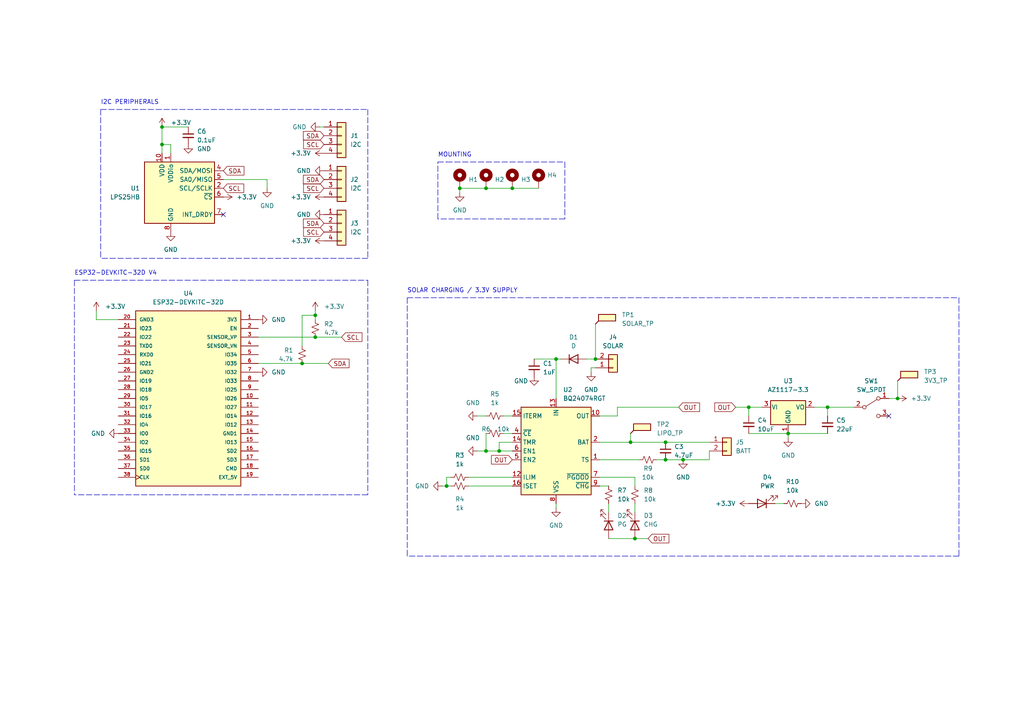
<source format=kicad_sch>
(kicad_sch (version 20211123) (generator eeschema)

  (uuid 217e076b-397f-4535-9c2f-3250bf31a692)

  (paper "A4")

  (lib_symbols
    (symbol "Battery_Management:BQ24074RGT" (in_bom yes) (on_board yes)
      (property "Reference" "U" (id 0) (at -8.89 13.97 0)
        (effects (font (size 1.27 1.27)) (justify right))
      )
      (property "Value" "BQ24074RGT" (id 1) (at 16.51 13.97 0)
        (effects (font (size 1.27 1.27)) (justify right))
      )
      (property "Footprint" "Package_DFN_QFN:VQFN-16-1EP_3x3mm_P0.5mm_EP1.6x1.6mm" (id 2) (at 7.62 -13.97 0)
        (effects (font (size 1.27 1.27)) (justify left) hide)
      )
      (property "Datasheet" "http://www.ti.com/lit/ds/symlink/bq24074.pdf" (id 3) (at 7.62 5.08 0)
        (effects (font (size 1.27 1.27)) hide)
      )
      (property "ki_keywords" "USB Charge" (id 4) (at 0 0 0)
        (effects (font (size 1.27 1.27)) hide)
      )
      (property "ki_description" "USB-Friendly Li-Ion Battery Charger and Power-Path Management, VQFN-16" (id 5) (at 0 0 0)
        (effects (font (size 1.27 1.27)) hide)
      )
      (property "ki_fp_filters" "VQFN*1EP*3x3mm*P0.5mm*" (id 6) (at 0 0 0)
        (effects (font (size 1.27 1.27)) hide)
      )
      (symbol "BQ24074RGT_0_1"
        (rectangle (start -10.16 12.7) (end 10.16 -12.7)
          (stroke (width 0.254) (type default) (color 0 0 0 0))
          (fill (type background))
        )
      )
      (symbol "BQ24074RGT_1_1"
        (pin passive line (at 12.7 -2.54 180) (length 2.54)
          (name "TS" (effects (font (size 1.27 1.27))))
          (number "1" (effects (font (size 1.27 1.27))))
        )
        (pin power_out line (at 12.7 10.16 180) (length 2.54)
          (name "OUT" (effects (font (size 1.27 1.27))))
          (number "10" (effects (font (size 1.27 1.27))))
        )
        (pin passive line (at 12.7 10.16 180) (length 2.54) hide
          (name "OUT" (effects (font (size 1.27 1.27))))
          (number "11" (effects (font (size 1.27 1.27))))
        )
        (pin passive line (at -12.7 -7.62 0) (length 2.54)
          (name "ILIM" (effects (font (size 1.27 1.27))))
          (number "12" (effects (font (size 1.27 1.27))))
        )
        (pin power_in line (at 0 15.24 270) (length 2.54)
          (name "IN" (effects (font (size 1.27 1.27))))
          (number "13" (effects (font (size 1.27 1.27))))
        )
        (pin input line (at -12.7 2.54 0) (length 2.54)
          (name "TMR" (effects (font (size 1.27 1.27))))
          (number "14" (effects (font (size 1.27 1.27))))
        )
        (pin input line (at -12.7 10.16 0) (length 2.54)
          (name "ITERM" (effects (font (size 1.27 1.27))))
          (number "15" (effects (font (size 1.27 1.27))))
        )
        (pin passive line (at -12.7 -10.16 0) (length 2.54)
          (name "ISET" (effects (font (size 1.27 1.27))))
          (number "16" (effects (font (size 1.27 1.27))))
        )
        (pin passive line (at 0 -15.24 90) (length 2.54) hide
          (name "VSS" (effects (font (size 1.27 1.27))))
          (number "17" (effects (font (size 1.27 1.27))))
        )
        (pin power_out line (at 12.7 2.54 180) (length 2.54)
          (name "BAT" (effects (font (size 1.27 1.27))))
          (number "2" (effects (font (size 1.27 1.27))))
        )
        (pin passive line (at 12.7 2.54 180) (length 2.54) hide
          (name "BAT" (effects (font (size 1.27 1.27))))
          (number "3" (effects (font (size 1.27 1.27))))
        )
        (pin input line (at -12.7 5.08 0) (length 2.54)
          (name "~{CE}" (effects (font (size 1.27 1.27))))
          (number "4" (effects (font (size 1.27 1.27))))
        )
        (pin input line (at -12.7 -2.54 0) (length 2.54)
          (name "EN2" (effects (font (size 1.27 1.27))))
          (number "5" (effects (font (size 1.27 1.27))))
        )
        (pin input line (at -12.7 0 0) (length 2.54)
          (name "EN1" (effects (font (size 1.27 1.27))))
          (number "6" (effects (font (size 1.27 1.27))))
        )
        (pin open_collector line (at 12.7 -7.62 180) (length 2.54)
          (name "~{PGOOD}" (effects (font (size 1.27 1.27))))
          (number "7" (effects (font (size 1.27 1.27))))
        )
        (pin power_in line (at 0 -15.24 90) (length 2.54)
          (name "VSS" (effects (font (size 1.27 1.27))))
          (number "8" (effects (font (size 1.27 1.27))))
        )
        (pin open_collector line (at 12.7 -10.16 180) (length 2.54)
          (name "~{CHG}" (effects (font (size 1.27 1.27))))
          (number "9" (effects (font (size 1.27 1.27))))
        )
      )
    )
    (symbol "Connector:TestPoint_Flag" (pin_numbers hide) (pin_names (offset 0.762) hide) (in_bom yes) (on_board yes)
      (property "Reference" "TP" (id 0) (at 3.429 1.778 0)
        (effects (font (size 1.27 1.27)))
      )
      (property "Value" "TestPoint_Flag" (id 1) (at 3.302 4.191 0)
        (effects (font (size 1.27 1.27)))
      )
      (property "Footprint" "" (id 2) (at 5.08 0 0)
        (effects (font (size 1.27 1.27)) hide)
      )
      (property "Datasheet" "~" (id 3) (at 5.08 0 0)
        (effects (font (size 1.27 1.27)) hide)
      )
      (property "ki_keywords" "test point tp" (id 4) (at 0 0 0)
        (effects (font (size 1.27 1.27)) hide)
      )
      (property "ki_description" "test point (alternative flag-style design)" (id 5) (at 0 0 0)
        (effects (font (size 1.27 1.27)) hide)
      )
      (property "ki_fp_filters" "Pin* Test*" (id 6) (at 0 0 0)
        (effects (font (size 1.27 1.27)) hide)
      )
      (symbol "TestPoint_Flag_0_1"
        (polyline
          (pts
            (xy 0 0)
            (xy 0.889 0.889)
          )
          (stroke (width 0.254) (type default) (color 0 0 0 0))
          (fill (type none))
        )
        (rectangle (start 0.889 2.794) (end 5.842 0.889)
          (stroke (width 0.254) (type default) (color 0 0 0 0))
          (fill (type background))
        )
      )
      (symbol "TestPoint_Flag_1_1"
        (pin passive line (at 0 0 90) (length 0)
          (name "1" (effects (font (size 1.27 1.27))))
          (number "1" (effects (font (size 1.27 1.27))))
        )
      )
    )
    (symbol "Connector_Generic:Conn_01x02" (pin_names (offset 1.016) hide) (in_bom yes) (on_board yes)
      (property "Reference" "J" (id 0) (at 0 2.54 0)
        (effects (font (size 1.27 1.27)))
      )
      (property "Value" "Conn_01x02" (id 1) (at 0 -5.08 0)
        (effects (font (size 1.27 1.27)))
      )
      (property "Footprint" "" (id 2) (at 0 0 0)
        (effects (font (size 1.27 1.27)) hide)
      )
      (property "Datasheet" "~" (id 3) (at 0 0 0)
        (effects (font (size 1.27 1.27)) hide)
      )
      (property "ki_keywords" "connector" (id 4) (at 0 0 0)
        (effects (font (size 1.27 1.27)) hide)
      )
      (property "ki_description" "Generic connector, single row, 01x02, script generated (kicad-library-utils/schlib/autogen/connector/)" (id 5) (at 0 0 0)
        (effects (font (size 1.27 1.27)) hide)
      )
      (property "ki_fp_filters" "Connector*:*_1x??_*" (id 6) (at 0 0 0)
        (effects (font (size 1.27 1.27)) hide)
      )
      (symbol "Conn_01x02_1_1"
        (rectangle (start -1.27 -2.413) (end 0 -2.667)
          (stroke (width 0.1524) (type default) (color 0 0 0 0))
          (fill (type none))
        )
        (rectangle (start -1.27 0.127) (end 0 -0.127)
          (stroke (width 0.1524) (type default) (color 0 0 0 0))
          (fill (type none))
        )
        (rectangle (start -1.27 1.27) (end 1.27 -3.81)
          (stroke (width 0.254) (type default) (color 0 0 0 0))
          (fill (type background))
        )
        (pin passive line (at -5.08 0 0) (length 3.81)
          (name "Pin_1" (effects (font (size 1.27 1.27))))
          (number "1" (effects (font (size 1.27 1.27))))
        )
        (pin passive line (at -5.08 -2.54 0) (length 3.81)
          (name "Pin_2" (effects (font (size 1.27 1.27))))
          (number "2" (effects (font (size 1.27 1.27))))
        )
      )
    )
    (symbol "Connector_Generic:Conn_01x04" (pin_names (offset 1.016) hide) (in_bom yes) (on_board yes)
      (property "Reference" "J" (id 0) (at 0 5.08 0)
        (effects (font (size 1.27 1.27)))
      )
      (property "Value" "Conn_01x04" (id 1) (at 0 -7.62 0)
        (effects (font (size 1.27 1.27)))
      )
      (property "Footprint" "" (id 2) (at 0 0 0)
        (effects (font (size 1.27 1.27)) hide)
      )
      (property "Datasheet" "~" (id 3) (at 0 0 0)
        (effects (font (size 1.27 1.27)) hide)
      )
      (property "ki_keywords" "connector" (id 4) (at 0 0 0)
        (effects (font (size 1.27 1.27)) hide)
      )
      (property "ki_description" "Generic connector, single row, 01x04, script generated (kicad-library-utils/schlib/autogen/connector/)" (id 5) (at 0 0 0)
        (effects (font (size 1.27 1.27)) hide)
      )
      (property "ki_fp_filters" "Connector*:*_1x??_*" (id 6) (at 0 0 0)
        (effects (font (size 1.27 1.27)) hide)
      )
      (symbol "Conn_01x04_1_1"
        (rectangle (start -1.27 -4.953) (end 0 -5.207)
          (stroke (width 0.1524) (type default) (color 0 0 0 0))
          (fill (type none))
        )
        (rectangle (start -1.27 -2.413) (end 0 -2.667)
          (stroke (width 0.1524) (type default) (color 0 0 0 0))
          (fill (type none))
        )
        (rectangle (start -1.27 0.127) (end 0 -0.127)
          (stroke (width 0.1524) (type default) (color 0 0 0 0))
          (fill (type none))
        )
        (rectangle (start -1.27 2.667) (end 0 2.413)
          (stroke (width 0.1524) (type default) (color 0 0 0 0))
          (fill (type none))
        )
        (rectangle (start -1.27 3.81) (end 1.27 -6.35)
          (stroke (width 0.254) (type default) (color 0 0 0 0))
          (fill (type background))
        )
        (pin passive line (at -5.08 2.54 0) (length 3.81)
          (name "Pin_1" (effects (font (size 1.27 1.27))))
          (number "1" (effects (font (size 1.27 1.27))))
        )
        (pin passive line (at -5.08 0 0) (length 3.81)
          (name "Pin_2" (effects (font (size 1.27 1.27))))
          (number "2" (effects (font (size 1.27 1.27))))
        )
        (pin passive line (at -5.08 -2.54 0) (length 3.81)
          (name "Pin_3" (effects (font (size 1.27 1.27))))
          (number "3" (effects (font (size 1.27 1.27))))
        )
        (pin passive line (at -5.08 -5.08 0) (length 3.81)
          (name "Pin_4" (effects (font (size 1.27 1.27))))
          (number "4" (effects (font (size 1.27 1.27))))
        )
      )
    )
    (symbol "Device:C_Small" (pin_numbers hide) (pin_names (offset 0.254) hide) (in_bom yes) (on_board yes)
      (property "Reference" "C" (id 0) (at 0.254 1.778 0)
        (effects (font (size 1.27 1.27)) (justify left))
      )
      (property "Value" "C_Small" (id 1) (at 0.254 -2.032 0)
        (effects (font (size 1.27 1.27)) (justify left))
      )
      (property "Footprint" "" (id 2) (at 0 0 0)
        (effects (font (size 1.27 1.27)) hide)
      )
      (property "Datasheet" "~" (id 3) (at 0 0 0)
        (effects (font (size 1.27 1.27)) hide)
      )
      (property "ki_keywords" "capacitor cap" (id 4) (at 0 0 0)
        (effects (font (size 1.27 1.27)) hide)
      )
      (property "ki_description" "Unpolarized capacitor, small symbol" (id 5) (at 0 0 0)
        (effects (font (size 1.27 1.27)) hide)
      )
      (property "ki_fp_filters" "C_*" (id 6) (at 0 0 0)
        (effects (font (size 1.27 1.27)) hide)
      )
      (symbol "C_Small_0_1"
        (polyline
          (pts
            (xy -1.524 -0.508)
            (xy 1.524 -0.508)
          )
          (stroke (width 0.3302) (type default) (color 0 0 0 0))
          (fill (type none))
        )
        (polyline
          (pts
            (xy -1.524 0.508)
            (xy 1.524 0.508)
          )
          (stroke (width 0.3048) (type default) (color 0 0 0 0))
          (fill (type none))
        )
      )
      (symbol "C_Small_1_1"
        (pin passive line (at 0 2.54 270) (length 2.032)
          (name "~" (effects (font (size 1.27 1.27))))
          (number "1" (effects (font (size 1.27 1.27))))
        )
        (pin passive line (at 0 -2.54 90) (length 2.032)
          (name "~" (effects (font (size 1.27 1.27))))
          (number "2" (effects (font (size 1.27 1.27))))
        )
      )
    )
    (symbol "Device:D" (pin_numbers hide) (pin_names (offset 1.016) hide) (in_bom yes) (on_board yes)
      (property "Reference" "D" (id 0) (at 0 2.54 0)
        (effects (font (size 1.27 1.27)))
      )
      (property "Value" "D" (id 1) (at 0 -2.54 0)
        (effects (font (size 1.27 1.27)))
      )
      (property "Footprint" "" (id 2) (at 0 0 0)
        (effects (font (size 1.27 1.27)) hide)
      )
      (property "Datasheet" "~" (id 3) (at 0 0 0)
        (effects (font (size 1.27 1.27)) hide)
      )
      (property "ki_keywords" "diode" (id 4) (at 0 0 0)
        (effects (font (size 1.27 1.27)) hide)
      )
      (property "ki_description" "Diode" (id 5) (at 0 0 0)
        (effects (font (size 1.27 1.27)) hide)
      )
      (property "ki_fp_filters" "TO-???* *_Diode_* *SingleDiode* D_*" (id 6) (at 0 0 0)
        (effects (font (size 1.27 1.27)) hide)
      )
      (symbol "D_0_1"
        (polyline
          (pts
            (xy -1.27 1.27)
            (xy -1.27 -1.27)
          )
          (stroke (width 0.254) (type default) (color 0 0 0 0))
          (fill (type none))
        )
        (polyline
          (pts
            (xy 1.27 0)
            (xy -1.27 0)
          )
          (stroke (width 0) (type default) (color 0 0 0 0))
          (fill (type none))
        )
        (polyline
          (pts
            (xy 1.27 1.27)
            (xy 1.27 -1.27)
            (xy -1.27 0)
            (xy 1.27 1.27)
          )
          (stroke (width 0.254) (type default) (color 0 0 0 0))
          (fill (type none))
        )
      )
      (symbol "D_1_1"
        (pin passive line (at -3.81 0 0) (length 2.54)
          (name "K" (effects (font (size 1.27 1.27))))
          (number "1" (effects (font (size 1.27 1.27))))
        )
        (pin passive line (at 3.81 0 180) (length 2.54)
          (name "A" (effects (font (size 1.27 1.27))))
          (number "2" (effects (font (size 1.27 1.27))))
        )
      )
    )
    (symbol "Device:LED" (pin_numbers hide) (pin_names (offset 1.016) hide) (in_bom yes) (on_board yes)
      (property "Reference" "D" (id 0) (at 0 2.54 0)
        (effects (font (size 1.27 1.27)))
      )
      (property "Value" "LED" (id 1) (at 0 -2.54 0)
        (effects (font (size 1.27 1.27)))
      )
      (property "Footprint" "" (id 2) (at 0 0 0)
        (effects (font (size 1.27 1.27)) hide)
      )
      (property "Datasheet" "~" (id 3) (at 0 0 0)
        (effects (font (size 1.27 1.27)) hide)
      )
      (property "ki_keywords" "LED diode" (id 4) (at 0 0 0)
        (effects (font (size 1.27 1.27)) hide)
      )
      (property "ki_description" "Light emitting diode" (id 5) (at 0 0 0)
        (effects (font (size 1.27 1.27)) hide)
      )
      (property "ki_fp_filters" "LED* LED_SMD:* LED_THT:*" (id 6) (at 0 0 0)
        (effects (font (size 1.27 1.27)) hide)
      )
      (symbol "LED_0_1"
        (polyline
          (pts
            (xy -1.27 -1.27)
            (xy -1.27 1.27)
          )
          (stroke (width 0.254) (type default) (color 0 0 0 0))
          (fill (type none))
        )
        (polyline
          (pts
            (xy -1.27 0)
            (xy 1.27 0)
          )
          (stroke (width 0) (type default) (color 0 0 0 0))
          (fill (type none))
        )
        (polyline
          (pts
            (xy 1.27 -1.27)
            (xy 1.27 1.27)
            (xy -1.27 0)
            (xy 1.27 -1.27)
          )
          (stroke (width 0.254) (type default) (color 0 0 0 0))
          (fill (type none))
        )
        (polyline
          (pts
            (xy -3.048 -0.762)
            (xy -4.572 -2.286)
            (xy -3.81 -2.286)
            (xy -4.572 -2.286)
            (xy -4.572 -1.524)
          )
          (stroke (width 0) (type default) (color 0 0 0 0))
          (fill (type none))
        )
        (polyline
          (pts
            (xy -1.778 -0.762)
            (xy -3.302 -2.286)
            (xy -2.54 -2.286)
            (xy -3.302 -2.286)
            (xy -3.302 -1.524)
          )
          (stroke (width 0) (type default) (color 0 0 0 0))
          (fill (type none))
        )
      )
      (symbol "LED_1_1"
        (pin passive line (at -3.81 0 0) (length 2.54)
          (name "K" (effects (font (size 1.27 1.27))))
          (number "1" (effects (font (size 1.27 1.27))))
        )
        (pin passive line (at 3.81 0 180) (length 2.54)
          (name "A" (effects (font (size 1.27 1.27))))
          (number "2" (effects (font (size 1.27 1.27))))
        )
      )
    )
    (symbol "Device:R_Small_US" (pin_numbers hide) (pin_names (offset 0.254) hide) (in_bom yes) (on_board yes)
      (property "Reference" "R" (id 0) (at 0.762 0.508 0)
        (effects (font (size 1.27 1.27)) (justify left))
      )
      (property "Value" "R_Small_US" (id 1) (at 0.762 -1.016 0)
        (effects (font (size 1.27 1.27)) (justify left))
      )
      (property "Footprint" "" (id 2) (at 0 0 0)
        (effects (font (size 1.27 1.27)) hide)
      )
      (property "Datasheet" "~" (id 3) (at 0 0 0)
        (effects (font (size 1.27 1.27)) hide)
      )
      (property "ki_keywords" "r resistor" (id 4) (at 0 0 0)
        (effects (font (size 1.27 1.27)) hide)
      )
      (property "ki_description" "Resistor, small US symbol" (id 5) (at 0 0 0)
        (effects (font (size 1.27 1.27)) hide)
      )
      (property "ki_fp_filters" "R_*" (id 6) (at 0 0 0)
        (effects (font (size 1.27 1.27)) hide)
      )
      (symbol "R_Small_US_1_1"
        (polyline
          (pts
            (xy 0 0)
            (xy 1.016 -0.381)
            (xy 0 -0.762)
            (xy -1.016 -1.143)
            (xy 0 -1.524)
          )
          (stroke (width 0) (type default) (color 0 0 0 0))
          (fill (type none))
        )
        (polyline
          (pts
            (xy 0 1.524)
            (xy 1.016 1.143)
            (xy 0 0.762)
            (xy -1.016 0.381)
            (xy 0 0)
          )
          (stroke (width 0) (type default) (color 0 0 0 0))
          (fill (type none))
        )
        (pin passive line (at 0 2.54 270) (length 1.016)
          (name "~" (effects (font (size 1.27 1.27))))
          (number "1" (effects (font (size 1.27 1.27))))
        )
        (pin passive line (at 0 -2.54 90) (length 1.016)
          (name "~" (effects (font (size 1.27 1.27))))
          (number "2" (effects (font (size 1.27 1.27))))
        )
      )
    )
    (symbol "ESP32-DEVKIT-V4:ESP32-DEVKITC-32D" (pin_names (offset 1.016)) (in_bom yes) (on_board yes)
      (property "Reference" "U" (id 0) (at -15.2572 26.0643 0)
        (effects (font (size 1.27 1.27)) (justify left bottom))
      )
      (property "Value" "ESP32-DEVKITC-32D" (id 1) (at -15.2563 -27.9698 0)
        (effects (font (size 1.27 1.27)) (justify left bottom))
      )
      (property "Footprint" "MODULE_ESP32-DEVKITC-32D" (id 2) (at 0 0 0)
        (effects (font (size 1.27 1.27)) (justify bottom) hide)
      )
      (property "Datasheet" "" (id 3) (at 0 0 0)
        (effects (font (size 1.27 1.27)) hide)
      )
      (property "MANUFACTURER" "Espressif Systems" (id 4) (at 0 0 0)
        (effects (font (size 1.27 1.27)) (justify bottom) hide)
      )
      (property "PARTREV" "4" (id 5) (at 0 0 0)
        (effects (font (size 1.27 1.27)) (justify bottom) hide)
      )
      (symbol "ESP32-DEVKITC-32D_0_0"
        (rectangle (start -15.24 -25.4) (end 15.24 25.4)
          (stroke (width 0.254) (type default) (color 0 0 0 0))
          (fill (type background))
        )
        (pin power_in line (at -20.32 22.86 0) (length 5.08)
          (name "3V3" (effects (font (size 1.016 1.016))))
          (number "1" (effects (font (size 1.016 1.016))))
        )
        (pin bidirectional line (at -20.32 0 0) (length 5.08)
          (name "IO26" (effects (font (size 1.016 1.016))))
          (number "10" (effects (font (size 1.016 1.016))))
        )
        (pin bidirectional line (at -20.32 -2.54 0) (length 5.08)
          (name "IO27" (effects (font (size 1.016 1.016))))
          (number "11" (effects (font (size 1.016 1.016))))
        )
        (pin bidirectional line (at -20.32 -5.08 0) (length 5.08)
          (name "IO14" (effects (font (size 1.016 1.016))))
          (number "12" (effects (font (size 1.016 1.016))))
        )
        (pin bidirectional line (at -20.32 -7.62 0) (length 5.08)
          (name "IO12" (effects (font (size 1.016 1.016))))
          (number "13" (effects (font (size 1.016 1.016))))
        )
        (pin power_in line (at -20.32 -10.16 0) (length 5.08)
          (name "GND1" (effects (font (size 1.016 1.016))))
          (number "14" (effects (font (size 1.016 1.016))))
        )
        (pin bidirectional line (at -20.32 -12.7 0) (length 5.08)
          (name "IO13" (effects (font (size 1.016 1.016))))
          (number "15" (effects (font (size 1.016 1.016))))
        )
        (pin bidirectional line (at -20.32 -15.24 0) (length 5.08)
          (name "SD2" (effects (font (size 1.016 1.016))))
          (number "16" (effects (font (size 1.016 1.016))))
        )
        (pin bidirectional line (at -20.32 -17.78 0) (length 5.08)
          (name "SD3" (effects (font (size 1.016 1.016))))
          (number "17" (effects (font (size 1.016 1.016))))
        )
        (pin bidirectional line (at -20.32 -20.32 0) (length 5.08)
          (name "CMD" (effects (font (size 1.016 1.016))))
          (number "18" (effects (font (size 1.016 1.016))))
        )
        (pin power_in line (at -20.32 -22.86 0) (length 5.08)
          (name "EXT_5V" (effects (font (size 1.016 1.016))))
          (number "19" (effects (font (size 1.016 1.016))))
        )
        (pin input line (at -20.32 20.32 0) (length 5.08)
          (name "EN" (effects (font (size 1.016 1.016))))
          (number "2" (effects (font (size 1.016 1.016))))
        )
        (pin power_in line (at 20.32 22.86 180) (length 5.08)
          (name "GND3" (effects (font (size 1.016 1.016))))
          (number "20" (effects (font (size 1.016 1.016))))
        )
        (pin bidirectional line (at 20.32 20.32 180) (length 5.08)
          (name "IO23" (effects (font (size 1.016 1.016))))
          (number "21" (effects (font (size 1.016 1.016))))
        )
        (pin bidirectional line (at 20.32 17.78 180) (length 5.08)
          (name "IO22" (effects (font (size 1.016 1.016))))
          (number "22" (effects (font (size 1.016 1.016))))
        )
        (pin output line (at 20.32 15.24 180) (length 5.08)
          (name "TXD0" (effects (font (size 1.016 1.016))))
          (number "23" (effects (font (size 1.016 1.016))))
        )
        (pin input line (at 20.32 12.7 180) (length 5.08)
          (name "RXD0" (effects (font (size 1.016 1.016))))
          (number "24" (effects (font (size 1.016 1.016))))
        )
        (pin bidirectional line (at 20.32 10.16 180) (length 5.08)
          (name "IO21" (effects (font (size 1.016 1.016))))
          (number "25" (effects (font (size 1.016 1.016))))
        )
        (pin power_in line (at 20.32 7.62 180) (length 5.08)
          (name "GND2" (effects (font (size 1.016 1.016))))
          (number "26" (effects (font (size 1.016 1.016))))
        )
        (pin bidirectional line (at 20.32 5.08 180) (length 5.08)
          (name "IO19" (effects (font (size 1.016 1.016))))
          (number "27" (effects (font (size 1.016 1.016))))
        )
        (pin bidirectional line (at 20.32 2.54 180) (length 5.08)
          (name "IO18" (effects (font (size 1.016 1.016))))
          (number "28" (effects (font (size 1.016 1.016))))
        )
        (pin bidirectional line (at 20.32 0 180) (length 5.08)
          (name "IO5" (effects (font (size 1.016 1.016))))
          (number "29" (effects (font (size 1.016 1.016))))
        )
        (pin input line (at -20.32 17.78 0) (length 5.08)
          (name "SENSOR_VP" (effects (font (size 1.016 1.016))))
          (number "3" (effects (font (size 1.016 1.016))))
        )
        (pin bidirectional line (at 20.32 -2.54 180) (length 5.08)
          (name "IO17" (effects (font (size 1.016 1.016))))
          (number "30" (effects (font (size 1.016 1.016))))
        )
        (pin bidirectional line (at 20.32 -5.08 180) (length 5.08)
          (name "IO16" (effects (font (size 1.016 1.016))))
          (number "31" (effects (font (size 1.016 1.016))))
        )
        (pin bidirectional line (at 20.32 -7.62 180) (length 5.08)
          (name "IO4" (effects (font (size 1.016 1.016))))
          (number "32" (effects (font (size 1.016 1.016))))
        )
        (pin bidirectional line (at 20.32 -10.16 180) (length 5.08)
          (name "IO0" (effects (font (size 1.016 1.016))))
          (number "33" (effects (font (size 1.016 1.016))))
        )
        (pin bidirectional line (at 20.32 -12.7 180) (length 5.08)
          (name "IO2" (effects (font (size 1.016 1.016))))
          (number "34" (effects (font (size 1.016 1.016))))
        )
        (pin bidirectional line (at 20.32 -15.24 180) (length 5.08)
          (name "IO15" (effects (font (size 1.016 1.016))))
          (number "35" (effects (font (size 1.016 1.016))))
        )
        (pin bidirectional line (at 20.32 -17.78 180) (length 5.08)
          (name "SD1" (effects (font (size 1.016 1.016))))
          (number "36" (effects (font (size 1.016 1.016))))
        )
        (pin bidirectional line (at 20.32 -20.32 180) (length 5.08)
          (name "SD0" (effects (font (size 1.016 1.016))))
          (number "37" (effects (font (size 1.016 1.016))))
        )
        (pin input clock (at 20.32 -22.86 180) (length 5.08)
          (name "CLK" (effects (font (size 1.016 1.016))))
          (number "38" (effects (font (size 1.016 1.016))))
        )
        (pin input line (at -20.32 15.24 0) (length 5.08)
          (name "SENSOR_VN" (effects (font (size 1.016 1.016))))
          (number "4" (effects (font (size 1.016 1.016))))
        )
        (pin bidirectional line (at -20.32 12.7 0) (length 5.08)
          (name "IO34" (effects (font (size 1.016 1.016))))
          (number "5" (effects (font (size 1.016 1.016))))
        )
        (pin bidirectional line (at -20.32 10.16 0) (length 5.08)
          (name "IO35" (effects (font (size 1.016 1.016))))
          (number "6" (effects (font (size 1.016 1.016))))
        )
        (pin bidirectional line (at -20.32 7.62 0) (length 5.08)
          (name "IO32" (effects (font (size 1.016 1.016))))
          (number "7" (effects (font (size 1.016 1.016))))
        )
        (pin bidirectional line (at -20.32 5.08 0) (length 5.08)
          (name "IO33" (effects (font (size 1.016 1.016))))
          (number "8" (effects (font (size 1.016 1.016))))
        )
        (pin bidirectional line (at -20.32 2.54 0) (length 5.08)
          (name "IO25" (effects (font (size 1.016 1.016))))
          (number "9" (effects (font (size 1.016 1.016))))
        )
      )
    )
    (symbol "Mechanical:MountingHole_Pad" (pin_numbers hide) (pin_names (offset 1.016) hide) (in_bom yes) (on_board yes)
      (property "Reference" "H" (id 0) (at 0 6.35 0)
        (effects (font (size 1.27 1.27)))
      )
      (property "Value" "MountingHole_Pad" (id 1) (at 0 4.445 0)
        (effects (font (size 1.27 1.27)))
      )
      (property "Footprint" "" (id 2) (at 0 0 0)
        (effects (font (size 1.27 1.27)) hide)
      )
      (property "Datasheet" "~" (id 3) (at 0 0 0)
        (effects (font (size 1.27 1.27)) hide)
      )
      (property "ki_keywords" "mounting hole" (id 4) (at 0 0 0)
        (effects (font (size 1.27 1.27)) hide)
      )
      (property "ki_description" "Mounting Hole with connection" (id 5) (at 0 0 0)
        (effects (font (size 1.27 1.27)) hide)
      )
      (property "ki_fp_filters" "MountingHole*Pad*" (id 6) (at 0 0 0)
        (effects (font (size 1.27 1.27)) hide)
      )
      (symbol "MountingHole_Pad_0_1"
        (circle (center 0 1.27) (radius 1.27)
          (stroke (width 1.27) (type default) (color 0 0 0 0))
          (fill (type none))
        )
      )
      (symbol "MountingHole_Pad_1_1"
        (pin input line (at 0 -2.54 90) (length 2.54)
          (name "1" (effects (font (size 1.27 1.27))))
          (number "1" (effects (font (size 1.27 1.27))))
        )
      )
    )
    (symbol "Regulator_Linear:AZ1117-3.3" (pin_names (offset 0.254)) (in_bom yes) (on_board yes)
      (property "Reference" "U" (id 0) (at -3.81 3.175 0)
        (effects (font (size 1.27 1.27)))
      )
      (property "Value" "AZ1117-3.3" (id 1) (at 0 3.175 0)
        (effects (font (size 1.27 1.27)) (justify left))
      )
      (property "Footprint" "" (id 2) (at 0 6.35 0)
        (effects (font (size 1.27 1.27) italic) hide)
      )
      (property "Datasheet" "https://www.diodes.com/assets/Datasheets/AZ1117.pdf" (id 3) (at 0 0 0)
        (effects (font (size 1.27 1.27)) hide)
      )
      (property "ki_keywords" "Fixed Voltage Regulator 1A Positive LDO" (id 4) (at 0 0 0)
        (effects (font (size 1.27 1.27)) hide)
      )
      (property "ki_description" "1A 20V Fixed LDO Linear Regulator, 3.3V, SOT-89/SOT-223/TO-220/TO-252/TO-263" (id 5) (at 0 0 0)
        (effects (font (size 1.27 1.27)) hide)
      )
      (property "ki_fp_filters" "SOT?223* SOT?89* TO?220* TO?252* TO?263*" (id 6) (at 0 0 0)
        (effects (font (size 1.27 1.27)) hide)
      )
      (symbol "AZ1117-3.3_0_1"
        (rectangle (start -5.08 1.905) (end 5.08 -5.08)
          (stroke (width 0.254) (type default) (color 0 0 0 0))
          (fill (type background))
        )
      )
      (symbol "AZ1117-3.3_1_1"
        (pin power_in line (at 0 -7.62 90) (length 2.54)
          (name "GND" (effects (font (size 1.27 1.27))))
          (number "1" (effects (font (size 1.27 1.27))))
        )
        (pin power_out line (at 7.62 0 180) (length 2.54)
          (name "VO" (effects (font (size 1.27 1.27))))
          (number "2" (effects (font (size 1.27 1.27))))
        )
        (pin power_in line (at -7.62 0 0) (length 2.54)
          (name "VI" (effects (font (size 1.27 1.27))))
          (number "3" (effects (font (size 1.27 1.27))))
        )
      )
    )
    (symbol "Sensor_Pressure:LPS25HB" (in_bom yes) (on_board yes)
      (property "Reference" "U" (id 0) (at -10.16 8.89 0)
        (effects (font (size 1.27 1.27)) (justify left))
      )
      (property "Value" "LPS25HB" (id 1) (at 10.16 8.89 0)
        (effects (font (size 1.27 1.27)) (justify right))
      )
      (property "Footprint" "Package_LGA:ST_HLGA-10_2.5x2.5mm_P0.6mm_LayoutBorder3x2y" (id 2) (at 0 -5.08 0)
        (effects (font (size 1.27 1.27)) hide)
      )
      (property "Datasheet" "www.st.com/resource/en/datasheet/lps25hb.pdf" (id 3) (at 1.27 -8.89 0)
        (effects (font (size 1.27 1.27)) hide)
      )
      (property "ki_keywords" "mems absolute baromeeter" (id 4) (at 0 0 0)
        (effects (font (size 1.27 1.27)) hide)
      )
      (property "ki_description" "MEMS pressure sensor, 260-1260 hPa, absolute digital output baromeeter" (id 5) (at 0 0 0)
        (effects (font (size 1.27 1.27)) hide)
      )
      (property "ki_fp_filters" "ST?HLGA*2.5x2.5mm*P0.6mm*LayoutBorder3x2y*" (id 6) (at 0 0 0)
        (effects (font (size 1.27 1.27)) hide)
      )
      (symbol "LPS25HB_0_1"
        (rectangle (start -10.16 7.62) (end 10.16 -10.16)
          (stroke (width 0.254) (type default) (color 0 0 0 0))
          (fill (type background))
        )
      )
      (symbol "LPS25HB_1_1"
        (pin power_in line (at -2.54 10.16 270) (length 2.54)
          (name "VDDio" (effects (font (size 1.27 1.27))))
          (number "1" (effects (font (size 1.27 1.27))))
        )
        (pin power_in line (at -5.08 10.16 270) (length 2.54)
          (name "VDD" (effects (font (size 1.27 1.27))))
          (number "10" (effects (font (size 1.27 1.27))))
        )
        (pin input line (at 12.7 0 180) (length 2.54)
          (name "SCL/SCLK" (effects (font (size 1.27 1.27))))
          (number "2" (effects (font (size 1.27 1.27))))
        )
        (pin passive line (at -2.54 -12.7 90) (length 2.54) hide
          (name "GND" (effects (font (size 1.27 1.27))))
          (number "3" (effects (font (size 1.27 1.27))))
        )
        (pin bidirectional line (at 12.7 5.08 180) (length 2.54)
          (name "SDA/MOSI" (effects (font (size 1.27 1.27))))
          (number "4" (effects (font (size 1.27 1.27))))
        )
        (pin bidirectional line (at 12.7 2.54 180) (length 2.54)
          (name "SA0/MISO" (effects (font (size 1.27 1.27))))
          (number "5" (effects (font (size 1.27 1.27))))
        )
        (pin input line (at 12.7 -2.54 180) (length 2.54)
          (name "~{CS}" (effects (font (size 1.27 1.27))))
          (number "6" (effects (font (size 1.27 1.27))))
        )
        (pin output line (at 12.7 -7.62 180) (length 2.54)
          (name "INT_DRDY" (effects (font (size 1.27 1.27))))
          (number "7" (effects (font (size 1.27 1.27))))
        )
        (pin power_in line (at -2.54 -12.7 90) (length 2.54)
          (name "GND" (effects (font (size 1.27 1.27))))
          (number "8" (effects (font (size 1.27 1.27))))
        )
        (pin passive line (at -2.54 -12.7 90) (length 2.54) hide
          (name "GND" (effects (font (size 1.27 1.27))))
          (number "9" (effects (font (size 1.27 1.27))))
        )
      )
    )
    (symbol "Switch:SW_SPDT" (pin_names (offset 0) hide) (in_bom yes) (on_board yes)
      (property "Reference" "SW" (id 0) (at 0 4.318 0)
        (effects (font (size 1.27 1.27)))
      )
      (property "Value" "SW_SPDT" (id 1) (at 0 -5.08 0)
        (effects (font (size 1.27 1.27)))
      )
      (property "Footprint" "" (id 2) (at 0 0 0)
        (effects (font (size 1.27 1.27)) hide)
      )
      (property "Datasheet" "~" (id 3) (at 0 0 0)
        (effects (font (size 1.27 1.27)) hide)
      )
      (property "ki_keywords" "switch single-pole double-throw spdt ON-ON" (id 4) (at 0 0 0)
        (effects (font (size 1.27 1.27)) hide)
      )
      (property "ki_description" "Switch, single pole double throw" (id 5) (at 0 0 0)
        (effects (font (size 1.27 1.27)) hide)
      )
      (symbol "SW_SPDT_0_0"
        (circle (center -2.032 0) (radius 0.508)
          (stroke (width 0) (type default) (color 0 0 0 0))
          (fill (type none))
        )
        (circle (center 2.032 -2.54) (radius 0.508)
          (stroke (width 0) (type default) (color 0 0 0 0))
          (fill (type none))
        )
      )
      (symbol "SW_SPDT_0_1"
        (polyline
          (pts
            (xy -1.524 0.254)
            (xy 1.651 2.286)
          )
          (stroke (width 0) (type default) (color 0 0 0 0))
          (fill (type none))
        )
        (circle (center 2.032 2.54) (radius 0.508)
          (stroke (width 0) (type default) (color 0 0 0 0))
          (fill (type none))
        )
      )
      (symbol "SW_SPDT_1_1"
        (pin passive line (at 5.08 2.54 180) (length 2.54)
          (name "A" (effects (font (size 1.27 1.27))))
          (number "1" (effects (font (size 1.27 1.27))))
        )
        (pin passive line (at -5.08 0 0) (length 2.54)
          (name "B" (effects (font (size 1.27 1.27))))
          (number "2" (effects (font (size 1.27 1.27))))
        )
        (pin passive line (at 5.08 -2.54 180) (length 2.54)
          (name "C" (effects (font (size 1.27 1.27))))
          (number "3" (effects (font (size 1.27 1.27))))
        )
      )
    )
    (symbol "power:+3.3V" (power) (pin_names (offset 0)) (in_bom yes) (on_board yes)
      (property "Reference" "#PWR" (id 0) (at 0 -3.81 0)
        (effects (font (size 1.27 1.27)) hide)
      )
      (property "Value" "+3.3V" (id 1) (at 0 3.556 0)
        (effects (font (size 1.27 1.27)))
      )
      (property "Footprint" "" (id 2) (at 0 0 0)
        (effects (font (size 1.27 1.27)) hide)
      )
      (property "Datasheet" "" (id 3) (at 0 0 0)
        (effects (font (size 1.27 1.27)) hide)
      )
      (property "ki_keywords" "power-flag" (id 4) (at 0 0 0)
        (effects (font (size 1.27 1.27)) hide)
      )
      (property "ki_description" "Power symbol creates a global label with name \"+3.3V\"" (id 5) (at 0 0 0)
        (effects (font (size 1.27 1.27)) hide)
      )
      (symbol "+3.3V_0_1"
        (polyline
          (pts
            (xy -0.762 1.27)
            (xy 0 2.54)
          )
          (stroke (width 0) (type default) (color 0 0 0 0))
          (fill (type none))
        )
        (polyline
          (pts
            (xy 0 0)
            (xy 0 2.54)
          )
          (stroke (width 0) (type default) (color 0 0 0 0))
          (fill (type none))
        )
        (polyline
          (pts
            (xy 0 2.54)
            (xy 0.762 1.27)
          )
          (stroke (width 0) (type default) (color 0 0 0 0))
          (fill (type none))
        )
      )
      (symbol "+3.3V_1_1"
        (pin power_in line (at 0 0 90) (length 0) hide
          (name "+3.3V" (effects (font (size 1.27 1.27))))
          (number "1" (effects (font (size 1.27 1.27))))
        )
      )
    )
    (symbol "power:GND" (power) (pin_names (offset 0)) (in_bom yes) (on_board yes)
      (property "Reference" "#PWR" (id 0) (at 0 -6.35 0)
        (effects (font (size 1.27 1.27)) hide)
      )
      (property "Value" "GND" (id 1) (at 0 -3.81 0)
        (effects (font (size 1.27 1.27)))
      )
      (property "Footprint" "" (id 2) (at 0 0 0)
        (effects (font (size 1.27 1.27)) hide)
      )
      (property "Datasheet" "" (id 3) (at 0 0 0)
        (effects (font (size 1.27 1.27)) hide)
      )
      (property "ki_keywords" "power-flag" (id 4) (at 0 0 0)
        (effects (font (size 1.27 1.27)) hide)
      )
      (property "ki_description" "Power symbol creates a global label with name \"GND\" , ground" (id 5) (at 0 0 0)
        (effects (font (size 1.27 1.27)) hide)
      )
      (symbol "GND_0_1"
        (polyline
          (pts
            (xy 0 0)
            (xy 0 -1.27)
            (xy 1.27 -1.27)
            (xy 0 -2.54)
            (xy -1.27 -1.27)
            (xy 0 -1.27)
          )
          (stroke (width 0) (type default) (color 0 0 0 0))
          (fill (type none))
        )
      )
      (symbol "GND_1_1"
        (pin power_in line (at 0 0 270) (length 0) hide
          (name "GND" (effects (font (size 1.27 1.27))))
          (number "1" (effects (font (size 1.27 1.27))))
        )
      )
    )
  )

  (junction (at 144.78 130.81) (diameter 0) (color 0 0 0 0)
    (uuid 01f662e0-b7ea-482e-a895-95297a6bccce)
  )
  (junction (at 140.97 54.61) (diameter 0) (color 0 0 0 0)
    (uuid 02aec6b8-cd0e-48c9-a91f-7bec7f9c930a)
  )
  (junction (at 148.59 54.61) (diameter 0) (color 0 0 0 0)
    (uuid 1af02ae4-f2c2-4637-a3ca-e0d929bbb4bf)
  )
  (junction (at 87.63 105.41) (diameter 0) (color 0 0 0 0)
    (uuid 2b08fef2-7a77-4198-a2ec-4852fc0f4c91)
  )
  (junction (at 161.29 104.14) (diameter 0) (color 0 0 0 0)
    (uuid 3ec8af71-fd3c-484b-9501-9c47afe9799d)
  )
  (junction (at 133.35 54.61) (diameter 0) (color 0 0 0 0)
    (uuid 456e3ef9-dd82-4e69-9a5c-16bdafe3f795)
  )
  (junction (at 46.99 36.83) (diameter 0) (color 0 0 0 0)
    (uuid 47d00f8f-6c2b-4c16-9f87-0d717b4efcc5)
  )
  (junction (at 193.04 133.35) (diameter 0) (color 0 0 0 0)
    (uuid 5b633ba9-2ae6-48f3-8ff7-bd8c3bfb55a9)
  )
  (junction (at 46.99 41.91) (diameter 0) (color 0 0 0 0)
    (uuid 669ffba9-e3f9-4f06-aaf6-6c5166f5c65f)
  )
  (junction (at 184.15 156.21) (diameter 0) (color 0 0 0 0)
    (uuid 671ce663-5aa4-4493-b0e6-6b7f8dc5dee9)
  )
  (junction (at 91.44 97.79) (diameter 0) (color 0 0 0 0)
    (uuid 8fbd3d38-3a45-42f9-a8dd-1949456f3c9e)
  )
  (junction (at 129.54 140.97) (diameter 0) (color 0 0 0 0)
    (uuid 966f834b-478e-43f4-8e93-3cc02c930d41)
  )
  (junction (at 217.17 118.11) (diameter 0) (color 0 0 0 0)
    (uuid 99454199-43f8-4407-a046-ffcf8a0fce9f)
  )
  (junction (at 260.35 115.57) (diameter 0) (color 0 0 0 0)
    (uuid a62b84a7-cb5f-4f25-84c5-8856b41de671)
  )
  (junction (at 140.97 130.81) (diameter 0) (color 0 0 0 0)
    (uuid a6c57814-023e-4c10-b2cf-04f94a851d2b)
  )
  (junction (at 198.12 133.35) (diameter 0) (color 0 0 0 0)
    (uuid b8a1e751-4ef0-4513-8633-7c3dcd2b2c54)
  )
  (junction (at 172.72 104.14) (diameter 0) (color 0 0 0 0)
    (uuid c552f15a-5870-49fe-9fd2-25fbc674ff31)
  )
  (junction (at 182.88 128.27) (diameter 0) (color 0 0 0 0)
    (uuid d7c4d268-c100-4115-b7cb-40fd85732127)
  )
  (junction (at 240.03 118.11) (diameter 0) (color 0 0 0 0)
    (uuid dfe0daa7-a0c4-4f82-813f-3f33aace86c2)
  )
  (junction (at 228.6 125.73) (diameter 0) (color 0 0 0 0)
    (uuid e0ee7eb3-98c3-4c86-ba7d-043960c4b62d)
  )
  (junction (at 91.44 91.44) (diameter 0) (color 0 0 0 0)
    (uuid e478e28c-489a-473d-943b-bf0e6824d803)
  )
  (junction (at 193.04 128.27) (diameter 0) (color 0 0 0 0)
    (uuid e7af47a6-d2ca-4dd8-898e-0b9b6a8916fc)
  )

  (no_connect (at 257.81 120.65) (uuid c5bd7571-e79e-40fb-8f65-914ac551faca))
  (no_connect (at 64.77 62.23) (uuid d9fde4f5-5fe0-4628-a523-4fdc9a5c520b))

  (wire (pts (xy 213.36 118.11) (xy 217.17 118.11))
    (stroke (width 0) (type default) (color 0 0 0 0))
    (uuid 005763f4-7394-460e-8272-9392b3115e65)
  )
  (polyline (pts (xy 278.13 86.36) (xy 278.13 161.29))
    (stroke (width 0) (type default) (color 0 0 0 0))
    (uuid 02df7c35-6fe1-44cf-a5b8-28f2fadd1761)
  )

  (wire (pts (xy 144.78 128.27) (xy 144.78 130.81))
    (stroke (width 0) (type default) (color 0 0 0 0))
    (uuid 05756f2e-cf3e-4e29-aade-d77214432921)
  )
  (wire (pts (xy 27.94 92.71) (xy 34.29 92.71))
    (stroke (width 0) (type default) (color 0 0 0 0))
    (uuid 05d38245-13be-4e35-98c4-e310b456d4de)
  )
  (polyline (pts (xy 118.11 86.36) (xy 278.13 86.36))
    (stroke (width 0) (type default) (color 0 0 0 0))
    (uuid 09e0e2af-d291-41e0-b0e1-0926c9d75463)
  )

  (wire (pts (xy 92.71 36.83) (xy 93.98 36.83))
    (stroke (width 0) (type default) (color 0 0 0 0))
    (uuid 09e4d49d-5b2e-4aab-b68d-c179208dbe7b)
  )
  (wire (pts (xy 172.72 106.68) (xy 171.45 106.68))
    (stroke (width 0) (type default) (color 0 0 0 0))
    (uuid 0a8d3ece-f3d9-4f1f-af67-3ed91f40900c)
  )
  (wire (pts (xy 135.89 140.97) (xy 148.59 140.97))
    (stroke (width 0) (type default) (color 0 0 0 0))
    (uuid 0c281935-4c95-4ab9-9923-202bfd44697f)
  )
  (wire (pts (xy 193.04 133.35) (xy 198.12 133.35))
    (stroke (width 0) (type default) (color 0 0 0 0))
    (uuid 0c57fd54-3c6a-40ec-8b13-3e809b8600a1)
  )
  (polyline (pts (xy 106.68 74.93) (xy 29.21 74.93))
    (stroke (width 0) (type default) (color 0 0 0 0))
    (uuid 0ec48f32-213b-4b88-8cbc-72364491f70e)
  )

  (wire (pts (xy 140.97 54.61) (xy 148.59 54.61))
    (stroke (width 0) (type default) (color 0 0 0 0))
    (uuid 0ed6ce61-9741-4cc9-a17f-e6b07c8d3ef8)
  )
  (wire (pts (xy 154.94 104.14) (xy 161.29 104.14))
    (stroke (width 0) (type default) (color 0 0 0 0))
    (uuid 0fd5bc71-2720-408d-b1cf-46c8bb48acf8)
  )
  (wire (pts (xy 87.63 105.41) (xy 95.25 105.41))
    (stroke (width 0) (type default) (color 0 0 0 0))
    (uuid 1105167e-7eac-49bd-90c5-4d0ebf40fd9b)
  )
  (wire (pts (xy 173.99 128.27) (xy 182.88 128.27))
    (stroke (width 0) (type default) (color 0 0 0 0))
    (uuid 19974bc6-05bf-41bc-bcf9-bdcad936d8ec)
  )
  (wire (pts (xy 260.35 110.49) (xy 260.35 115.57))
    (stroke (width 0) (type default) (color 0 0 0 0))
    (uuid 1a27ac7d-2827-4d1a-95e1-889425fccedb)
  )
  (wire (pts (xy 146.05 125.73) (xy 148.59 125.73))
    (stroke (width 0) (type default) (color 0 0 0 0))
    (uuid 1b3c9b49-a53f-4e5c-955c-517fb0c544f7)
  )
  (wire (pts (xy 138.43 130.81) (xy 140.97 130.81))
    (stroke (width 0) (type default) (color 0 0 0 0))
    (uuid 1d4d101c-2a49-4456-9bb2-017f04c12b34)
  )
  (wire (pts (xy 74.93 97.79) (xy 91.44 97.79))
    (stroke (width 0) (type default) (color 0 0 0 0))
    (uuid 2548200c-8221-46ad-9c71-caf3d19f43af)
  )
  (wire (pts (xy 184.15 138.43) (xy 184.15 140.97))
    (stroke (width 0) (type default) (color 0 0 0 0))
    (uuid 26b26883-37cb-452d-85e4-1a590dd83ad4)
  )
  (wire (pts (xy 91.44 90.17) (xy 91.44 91.44))
    (stroke (width 0) (type default) (color 0 0 0 0))
    (uuid 301be416-6a22-4637-a755-2d5e1c30f71b)
  )
  (wire (pts (xy 161.29 104.14) (xy 161.29 115.57))
    (stroke (width 0) (type default) (color 0 0 0 0))
    (uuid 30bc4972-3e98-47ce-aeba-9db0a59e876d)
  )
  (wire (pts (xy 217.17 118.11) (xy 220.98 118.11))
    (stroke (width 0) (type default) (color 0 0 0 0))
    (uuid 348e8124-8a85-4574-a8ce-897ec7585b35)
  )
  (wire (pts (xy 227.33 146.05) (xy 224.79 146.05))
    (stroke (width 0) (type default) (color 0 0 0 0))
    (uuid 38e54589-b3f0-4547-bb20-5b1422eed5c2)
  )
  (wire (pts (xy 217.17 118.11) (xy 217.17 120.65))
    (stroke (width 0) (type default) (color 0 0 0 0))
    (uuid 3a289bb8-75e7-4deb-b985-d9df158f107f)
  )
  (wire (pts (xy 182.88 125.73) (xy 182.88 128.27))
    (stroke (width 0) (type default) (color 0 0 0 0))
    (uuid 3b1b6185-202a-4115-883b-45206d698b89)
  )
  (wire (pts (xy 179.07 118.11) (xy 196.85 118.11))
    (stroke (width 0) (type default) (color 0 0 0 0))
    (uuid 3db249ee-2a9b-4775-bb87-e7e752c08848)
  )
  (polyline (pts (xy 163.83 46.99) (xy 163.83 63.5))
    (stroke (width 0) (type default) (color 0 0 0 0))
    (uuid 4062e3e2-b6f8-4720-a369-b2bca5f58707)
  )

  (wire (pts (xy 228.6 125.73) (xy 228.6 127))
    (stroke (width 0) (type default) (color 0 0 0 0))
    (uuid 42485094-0c87-4c42-9a89-4c247c430728)
  )
  (wire (pts (xy 161.29 146.05) (xy 161.29 147.32))
    (stroke (width 0) (type default) (color 0 0 0 0))
    (uuid 457b7f77-bfa7-4a73-86f6-e61be6f8dbdb)
  )
  (wire (pts (xy 193.04 128.27) (xy 205.74 128.27))
    (stroke (width 0) (type default) (color 0 0 0 0))
    (uuid 4908f67e-e272-4280-aacb-1e432d58326d)
  )
  (wire (pts (xy 172.72 93.98) (xy 172.72 104.14))
    (stroke (width 0) (type default) (color 0 0 0 0))
    (uuid 4dbd713c-75d0-43fa-ac36-d22b9f0aa395)
  )
  (wire (pts (xy 146.05 120.65) (xy 148.59 120.65))
    (stroke (width 0) (type default) (color 0 0 0 0))
    (uuid 50ba2c0c-f5b5-4931-b8ab-7075f9e41bd0)
  )
  (wire (pts (xy 176.53 146.05) (xy 176.53 148.59))
    (stroke (width 0) (type default) (color 0 0 0 0))
    (uuid 5452886e-726b-461b-b3ab-e9112c086993)
  )
  (wire (pts (xy 198.12 133.35) (xy 205.74 133.35))
    (stroke (width 0) (type default) (color 0 0 0 0))
    (uuid 54fe1ff6-98e6-487e-9acd-10006818a223)
  )
  (polyline (pts (xy 21.59 81.28) (xy 21.59 143.51))
    (stroke (width 0) (type default) (color 0 0 0 0))
    (uuid 5552f0a1-2954-46be-bb22-21806c615ae5)
  )
  (polyline (pts (xy 106.68 143.51) (xy 21.59 143.51))
    (stroke (width 0) (type default) (color 0 0 0 0))
    (uuid 57913024-8c9d-476d-a890-12192e0b13fb)
  )
  (polyline (pts (xy 118.11 86.36) (xy 118.11 161.29))
    (stroke (width 0) (type default) (color 0 0 0 0))
    (uuid 595b156b-28de-443e-8786-608795014622)
  )

  (wire (pts (xy 171.45 106.68) (xy 171.45 107.95))
    (stroke (width 0) (type default) (color 0 0 0 0))
    (uuid 59e9c1b7-7c95-4823-ab80-625d0d91343b)
  )
  (wire (pts (xy 91.44 97.79) (xy 99.06 97.79))
    (stroke (width 0) (type default) (color 0 0 0 0))
    (uuid 5a3de7ff-8045-44c7-b9ac-93de46374900)
  )
  (wire (pts (xy 190.5 133.35) (xy 193.04 133.35))
    (stroke (width 0) (type default) (color 0 0 0 0))
    (uuid 5b9275f7-086b-4b48-b021-a538d5f9897d)
  )
  (wire (pts (xy 138.43 120.65) (xy 140.97 120.65))
    (stroke (width 0) (type default) (color 0 0 0 0))
    (uuid 5ecae80a-4408-4c32-96bb-f7b68701b9e0)
  )
  (wire (pts (xy 74.93 105.41) (xy 87.63 105.41))
    (stroke (width 0) (type default) (color 0 0 0 0))
    (uuid 6622e263-5ec7-4617-9f6b-913cfbbfbf95)
  )
  (wire (pts (xy 228.6 125.73) (xy 240.03 125.73))
    (stroke (width 0) (type default) (color 0 0 0 0))
    (uuid 677be6bb-3176-4e5c-af83-af5bf66914a2)
  )
  (polyline (pts (xy 106.68 81.28) (xy 106.68 143.51))
    (stroke (width 0) (type default) (color 0 0 0 0))
    (uuid 6c509df9-4e6c-4d80-bf17-2270f5e383f7)
  )

  (wire (pts (xy 140.97 130.81) (xy 144.78 130.81))
    (stroke (width 0) (type default) (color 0 0 0 0))
    (uuid 6da522b7-3688-429c-9402-370b304df1ea)
  )
  (wire (pts (xy 91.44 91.44) (xy 91.44 92.71))
    (stroke (width 0) (type default) (color 0 0 0 0))
    (uuid 6f21a83a-ac23-49d0-8675-bfefdc0661f7)
  )
  (wire (pts (xy 64.77 52.07) (xy 77.47 52.07))
    (stroke (width 0) (type default) (color 0 0 0 0))
    (uuid 71f5a1e6-bcfa-48cd-860d-39ca3d89e8c5)
  )
  (wire (pts (xy 148.59 128.27) (xy 144.78 128.27))
    (stroke (width 0) (type default) (color 0 0 0 0))
    (uuid 77398be4-098c-4b6f-a6df-7f33dc1e4b31)
  )
  (wire (pts (xy 173.99 140.97) (xy 176.53 140.97))
    (stroke (width 0) (type default) (color 0 0 0 0))
    (uuid 7d2f2385-ae58-4b2c-8131-ecb22b6a4c1c)
  )
  (wire (pts (xy 49.53 41.91) (xy 49.53 44.45))
    (stroke (width 0) (type default) (color 0 0 0 0))
    (uuid 7f29d22d-89e8-488e-8a91-c873611a3ceb)
  )
  (polyline (pts (xy 127 46.99) (xy 129.54 46.99))
    (stroke (width 0) (type default) (color 0 0 0 0))
    (uuid 832db810-0cb9-490e-a52c-ae7059a67a49)
  )
  (polyline (pts (xy 278.13 161.29) (xy 118.11 161.29))
    (stroke (width 0) (type default) (color 0 0 0 0))
    (uuid 83cd2ded-faf2-4f6d-85e8-c95ae8c9de27)
  )

  (wire (pts (xy 148.59 54.61) (xy 156.21 54.61))
    (stroke (width 0) (type default) (color 0 0 0 0))
    (uuid 84aed81d-e05b-45cc-9deb-31a2d0f3c01c)
  )
  (wire (pts (xy 54.61 36.83) (xy 46.99 36.83))
    (stroke (width 0) (type default) (color 0 0 0 0))
    (uuid 8602fc4f-8ad4-47ac-9751-7bc4a1cafd19)
  )
  (wire (pts (xy 184.15 156.21) (xy 187.96 156.21))
    (stroke (width 0) (type default) (color 0 0 0 0))
    (uuid 86c1bab8-f9c2-45d6-8704-82c1120de2d1)
  )
  (wire (pts (xy 46.99 41.91) (xy 49.53 41.91))
    (stroke (width 0) (type default) (color 0 0 0 0))
    (uuid 89b36f77-f714-41d9-84f7-842e15d2455e)
  )
  (wire (pts (xy 240.03 118.11) (xy 240.03 120.65))
    (stroke (width 0) (type default) (color 0 0 0 0))
    (uuid 8aed3de0-f803-45fd-ae4c-a1e808d8cc97)
  )
  (wire (pts (xy 173.99 138.43) (xy 184.15 138.43))
    (stroke (width 0) (type default) (color 0 0 0 0))
    (uuid 911c5d0d-e8a0-4575-bc91-f4dedfc7f082)
  )
  (wire (pts (xy 133.35 54.61) (xy 140.97 54.61))
    (stroke (width 0) (type default) (color 0 0 0 0))
    (uuid 9575617a-351e-4dd8-8c22-f444ef447c6b)
  )
  (wire (pts (xy 135.89 138.43) (xy 148.59 138.43))
    (stroke (width 0) (type default) (color 0 0 0 0))
    (uuid 96ded651-d01f-4e41-8089-7aba7ce15e31)
  )
  (wire (pts (xy 173.99 133.35) (xy 185.42 133.35))
    (stroke (width 0) (type default) (color 0 0 0 0))
    (uuid a09710b2-99f2-47e7-9ddd-fae1d9b8bea0)
  )
  (wire (pts (xy 133.35 54.61) (xy 133.35 55.88))
    (stroke (width 0) (type default) (color 0 0 0 0))
    (uuid a262f344-47a4-4418-9bc8-6a38458be148)
  )
  (wire (pts (xy 144.78 130.81) (xy 148.59 130.81))
    (stroke (width 0) (type default) (color 0 0 0 0))
    (uuid a3a4b5b5-bdbf-48fc-8ff9-7690c0992be9)
  )
  (polyline (pts (xy 127 63.5) (xy 127 46.99))
    (stroke (width 0) (type default) (color 0 0 0 0))
    (uuid a3dea5e7-c767-4341-8734-5fdfb99976f7)
  )

  (wire (pts (xy 46.99 41.91) (xy 46.99 44.45))
    (stroke (width 0) (type default) (color 0 0 0 0))
    (uuid a84f4338-0c90-4897-9716-846381c4d0a9)
  )
  (polyline (pts (xy 129.54 46.99) (xy 163.83 46.99))
    (stroke (width 0) (type default) (color 0 0 0 0))
    (uuid b2291785-b054-4341-9a04-06c4287eb2d7)
  )
  (polyline (pts (xy 106.68 31.75) (xy 106.68 74.93))
    (stroke (width 0) (type default) (color 0 0 0 0))
    (uuid b768b24e-efc1-47a7-a212-2a5dcf8991f1)
  )

  (wire (pts (xy 140.97 125.73) (xy 140.97 130.81))
    (stroke (width 0) (type default) (color 0 0 0 0))
    (uuid bb5e122e-50e6-40f3-801c-5003e3dc668a)
  )
  (wire (pts (xy 162.56 104.14) (xy 161.29 104.14))
    (stroke (width 0) (type default) (color 0 0 0 0))
    (uuid c0be9384-927b-4fcf-a239-3e51279a31cf)
  )
  (polyline (pts (xy 29.21 31.75) (xy 29.21 74.93))
    (stroke (width 0) (type default) (color 0 0 0 0))
    (uuid c139306e-0053-4a4d-b156-383beed5defa)
  )
  (polyline (pts (xy 29.21 31.75) (xy 106.68 31.75))
    (stroke (width 0) (type default) (color 0 0 0 0))
    (uuid c28746ae-e353-4dad-b587-cda77ce0438f)
  )

  (wire (pts (xy 205.74 130.81) (xy 205.74 133.35))
    (stroke (width 0) (type default) (color 0 0 0 0))
    (uuid c2c0468c-1300-4d96-a241-dc694b7bd887)
  )
  (wire (pts (xy 260.35 115.57) (xy 257.81 115.57))
    (stroke (width 0) (type default) (color 0 0 0 0))
    (uuid c2f6b772-c724-4dcd-913c-6201bdfd8a59)
  )
  (wire (pts (xy 77.47 52.07) (xy 77.47 54.61))
    (stroke (width 0) (type default) (color 0 0 0 0))
    (uuid c6afa9bd-41c4-4025-bce4-91bb356874bb)
  )
  (wire (pts (xy 176.53 156.21) (xy 184.15 156.21))
    (stroke (width 0) (type default) (color 0 0 0 0))
    (uuid c8c08e3a-802a-4db1-a9d9-bed9df8be46f)
  )
  (polyline (pts (xy 21.59 81.28) (xy 106.68 81.28))
    (stroke (width 0) (type default) (color 0 0 0 0))
    (uuid cb0663a3-f7da-4a97-a172-52e29019f836)
  )

  (wire (pts (xy 129.54 138.43) (xy 129.54 140.97))
    (stroke (width 0) (type default) (color 0 0 0 0))
    (uuid cbcc9a24-fd2c-41f0-9fda-66d7fa342934)
  )
  (wire (pts (xy 27.94 90.17) (xy 27.94 92.71))
    (stroke (width 0) (type default) (color 0 0 0 0))
    (uuid cc1669b3-907d-4629-ae64-d8390b5423b0)
  )
  (wire (pts (xy 173.99 120.65) (xy 179.07 120.65))
    (stroke (width 0) (type default) (color 0 0 0 0))
    (uuid d607a446-e8ed-47f9-935c-ba229a6dd32a)
  )
  (wire (pts (xy 240.03 118.11) (xy 247.65 118.11))
    (stroke (width 0) (type default) (color 0 0 0 0))
    (uuid d63e55c0-7bb5-4782-8a94-a8dc3477f32f)
  )
  (wire (pts (xy 87.63 91.44) (xy 91.44 91.44))
    (stroke (width 0) (type default) (color 0 0 0 0))
    (uuid dc27aa99-8a8f-4b80-9a18-faded554f87d)
  )
  (wire (pts (xy 129.54 140.97) (xy 130.81 140.97))
    (stroke (width 0) (type default) (color 0 0 0 0))
    (uuid dd996a11-6731-4293-b25a-974b94c63a8c)
  )
  (wire (pts (xy 128.27 140.97) (xy 129.54 140.97))
    (stroke (width 0) (type default) (color 0 0 0 0))
    (uuid e19f122b-2d00-46f1-b1ae-fb3376b1d036)
  )
  (wire (pts (xy 236.22 118.11) (xy 240.03 118.11))
    (stroke (width 0) (type default) (color 0 0 0 0))
    (uuid e3349207-9ce7-418f-b8a3-a5c21844af5f)
  )
  (wire (pts (xy 217.17 125.73) (xy 228.6 125.73))
    (stroke (width 0) (type default) (color 0 0 0 0))
    (uuid e94ef4ba-f174-4925-bc19-2dda8b88e347)
  )
  (polyline (pts (xy 163.83 63.5) (xy 127 63.5))
    (stroke (width 0) (type default) (color 0 0 0 0))
    (uuid ea3dd97b-748a-4270-a34f-70f43f7cd7a7)
  )

  (wire (pts (xy 182.88 128.27) (xy 193.04 128.27))
    (stroke (width 0) (type default) (color 0 0 0 0))
    (uuid ea82b74c-1c4e-45e7-a92d-804ac0d211d4)
  )
  (wire (pts (xy 170.18 104.14) (xy 172.72 104.14))
    (stroke (width 0) (type default) (color 0 0 0 0))
    (uuid f02f70c2-39d8-4a77-819f-4a2c95dc81fd)
  )
  (wire (pts (xy 87.63 100.33) (xy 87.63 91.44))
    (stroke (width 0) (type default) (color 0 0 0 0))
    (uuid f23d8f20-91d2-4feb-9fdd-3f6219e26a0f)
  )
  (wire (pts (xy 46.99 36.83) (xy 46.99 41.91))
    (stroke (width 0) (type default) (color 0 0 0 0))
    (uuid f4dd86ba-54c6-4c6a-b7d5-76c6449b3020)
  )
  (wire (pts (xy 179.07 120.65) (xy 179.07 118.11))
    (stroke (width 0) (type default) (color 0 0 0 0))
    (uuid f77fac56-7056-4cfb-a980-4f649afd6585)
  )
  (wire (pts (xy 184.15 146.05) (xy 184.15 148.59))
    (stroke (width 0) (type default) (color 0 0 0 0))
    (uuid f7cde76a-2c36-43dc-b3af-91a21a65ce84)
  )
  (wire (pts (xy 130.81 138.43) (xy 129.54 138.43))
    (stroke (width 0) (type default) (color 0 0 0 0))
    (uuid fc6f3213-f504-4d71-a462-9029c6e8b5c3)
  )

  (text "MOUNTING" (at 127 45.72 0)
    (effects (font (size 1.27 1.27)) (justify left bottom))
    (uuid 0cb0f3a5-a177-47c5-8d6f-5ab2b317f75c)
  )
  (text "I2C PERIPHERALS" (at 29.21 30.48 0)
    (effects (font (size 1.27 1.27)) (justify left bottom))
    (uuid 32f3900a-1aea-476f-815c-800540b3f4b2)
  )
  (text "SOLAR CHARGING / 3.3V SUPPLY" (at 118.11 85.09 0)
    (effects (font (size 1.27 1.27)) (justify left bottom))
    (uuid 9a12c6e2-31d8-4854-a87d-0c26372a63b8)
  )
  (text "ESP32-DEVKITC-32D V4" (at 21.59 80.01 0)
    (effects (font (size 1.27 1.27)) (justify left bottom))
    (uuid ef359296-ecfb-4756-95be-1fdeda128ec7)
  )

  (global_label "SCL" (shape input) (at 99.06 97.79 0) (fields_autoplaced)
    (effects (font (size 1.27 1.27)) (justify left))
    (uuid 02fcf851-1106-442d-b3d9-26c429345c6d)
    (property "Intersheet References" "${INTERSHEET_REFS}" (id 0) (at 104.9807 97.8694 0)
      (effects (font (size 1.27 1.27)) (justify left) hide)
    )
  )
  (global_label "SCL" (shape input) (at 93.98 41.91 180) (fields_autoplaced)
    (effects (font (size 1.27 1.27)) (justify right))
    (uuid 0ced2e96-4e09-4414-b981-8ac5168e7fff)
    (property "Intersheet References" "${INTERSHEET_REFS}" (id 0) (at 88.0593 41.8306 0)
      (effects (font (size 1.27 1.27)) (justify right) hide)
    )
  )
  (global_label "OUT" (shape input) (at 213.36 118.11 180) (fields_autoplaced)
    (effects (font (size 1.27 1.27)) (justify right))
    (uuid 1b964066-cd83-4acb-b05e-c2d94f1943f0)
    (property "Intersheet References" "${INTERSHEET_REFS}" (id 0) (at 207.3183 118.1894 0)
      (effects (font (size 1.27 1.27)) (justify right) hide)
    )
  )
  (global_label "OUT" (shape input) (at 196.85 118.11 0) (fields_autoplaced)
    (effects (font (size 1.27 1.27)) (justify left))
    (uuid 27050b04-0983-47f9-b2ce-535c17b6ec92)
    (property "Intersheet References" "${INTERSHEET_REFS}" (id 0) (at 202.8917 118.0306 0)
      (effects (font (size 1.27 1.27)) (justify left) hide)
    )
  )
  (global_label "OUT" (shape input) (at 187.96 156.21 0) (fields_autoplaced)
    (effects (font (size 1.27 1.27)) (justify left))
    (uuid 275d932f-e530-4eae-8e67-b381c4fb6400)
    (property "Intersheet References" "${INTERSHEET_REFS}" (id 0) (at 194.0017 156.1306 0)
      (effects (font (size 1.27 1.27)) (justify left) hide)
    )
  )
  (global_label "OUT" (shape input) (at 148.59 133.35 180) (fields_autoplaced)
    (effects (font (size 1.27 1.27)) (justify right))
    (uuid 54738946-5549-44a7-b211-33eca1ea9e8c)
    (property "Intersheet References" "${INTERSHEET_REFS}" (id 0) (at 142.5483 133.4294 0)
      (effects (font (size 1.27 1.27)) (justify right) hide)
    )
  )
  (global_label "SCL" (shape input) (at 93.98 67.31 180) (fields_autoplaced)
    (effects (font (size 1.27 1.27)) (justify right))
    (uuid 5961edd9-5213-4d2e-a518-933922a52764)
    (property "Intersheet References" "${INTERSHEET_REFS}" (id 0) (at 88.0593 67.2306 0)
      (effects (font (size 1.27 1.27)) (justify right) hide)
    )
  )
  (global_label "SDA" (shape input) (at 93.98 64.77 180) (fields_autoplaced)
    (effects (font (size 1.27 1.27)) (justify right))
    (uuid 5d83a72b-19cc-4d5f-a070-57d64f618f04)
    (property "Intersheet References" "${INTERSHEET_REFS}" (id 0) (at 87.9988 64.6906 0)
      (effects (font (size 1.27 1.27)) (justify right) hide)
    )
  )
  (global_label "SCL" (shape input) (at 93.98 54.61 180) (fields_autoplaced)
    (effects (font (size 1.27 1.27)) (justify right))
    (uuid 64d4592c-841f-4feb-b68d-5e297c943b61)
    (property "Intersheet References" "${INTERSHEET_REFS}" (id 0) (at 88.0593 54.5306 0)
      (effects (font (size 1.27 1.27)) (justify right) hide)
    )
  )
  (global_label "SDA" (shape input) (at 64.77 49.53 0) (fields_autoplaced)
    (effects (font (size 1.27 1.27)) (justify left))
    (uuid 7cae5eaf-4565-441a-b044-976c4201f6e4)
    (property "Intersheet References" "${INTERSHEET_REFS}" (id 0) (at 70.7512 49.4506 0)
      (effects (font (size 1.27 1.27)) (justify left) hide)
    )
  )
  (global_label "SCL" (shape input) (at 64.77 54.61 0) (fields_autoplaced)
    (effects (font (size 1.27 1.27)) (justify left))
    (uuid a07034ad-6a0c-4cbe-b0e3-14212ee2784b)
    (property "Intersheet References" "${INTERSHEET_REFS}" (id 0) (at 70.6907 54.5306 0)
      (effects (font (size 1.27 1.27)) (justify left) hide)
    )
  )
  (global_label "SDA" (shape input) (at 93.98 52.07 180) (fields_autoplaced)
    (effects (font (size 1.27 1.27)) (justify right))
    (uuid ab69b2f1-2aff-4af3-a183-8f176ed0a20a)
    (property "Intersheet References" "${INTERSHEET_REFS}" (id 0) (at 87.9988 51.9906 0)
      (effects (font (size 1.27 1.27)) (justify right) hide)
    )
  )
  (global_label "SDA" (shape input) (at 95.25 105.41 0) (fields_autoplaced)
    (effects (font (size 1.27 1.27)) (justify left))
    (uuid e624ccb8-0cb7-42bc-9a7a-ff712b26a7af)
    (property "Intersheet References" "${INTERSHEET_REFS}" (id 0) (at 101.2312 105.4894 0)
      (effects (font (size 1.27 1.27)) (justify left) hide)
    )
  )
  (global_label "SDA" (shape input) (at 93.98 39.37 180) (fields_autoplaced)
    (effects (font (size 1.27 1.27)) (justify right))
    (uuid e77ea39e-55d5-4044-9666-f289b0095bc6)
    (property "Intersheet References" "${INTERSHEET_REFS}" (id 0) (at 87.9988 39.2906 0)
      (effects (font (size 1.27 1.27)) (justify right) hide)
    )
  )

  (symbol (lib_id "Device:D") (at 166.37 104.14 0) (unit 1)
    (in_bom yes) (on_board yes) (fields_autoplaced)
    (uuid 00ceba14-49e6-4463-bf54-3afa1b02ad4a)
    (property "Reference" "D1" (id 0) (at 166.37 97.79 0))
    (property "Value" "D" (id 1) (at 166.37 100.33 0))
    (property "Footprint" "Diode_SMD:D_SOD-123" (id 2) (at 166.37 104.14 0)
      (effects (font (size 1.27 1.27)) hide)
    )
    (property "Datasheet" "~" (id 3) (at 166.37 104.14 0)
      (effects (font (size 1.27 1.27)) hide)
    )
    (pin "1" (uuid 9019113c-defb-4b93-9b26-15e2b7803b24))
    (pin "2" (uuid 6fe0ddbf-1b0f-4baf-9fc7-7156dd628979))
  )

  (symbol (lib_id "Device:R_Small_US") (at 143.51 120.65 270) (unit 1)
    (in_bom yes) (on_board yes) (fields_autoplaced)
    (uuid 01011464-0ddb-45b3-bd52-1b46101535e4)
    (property "Reference" "R5" (id 0) (at 143.51 114.3 90))
    (property "Value" "1k" (id 1) (at 143.51 116.84 90))
    (property "Footprint" "Resistor_SMD:R_0603_1608Metric" (id 2) (at 143.51 120.65 0)
      (effects (font (size 1.27 1.27)) hide)
    )
    (property "Datasheet" "~" (id 3) (at 143.51 120.65 0)
      (effects (font (size 1.27 1.27)) hide)
    )
    (pin "1" (uuid eb4047e4-037a-4d27-8e3a-305ede47855c))
    (pin "2" (uuid 96ecc8e4-d82f-4462-bb70-d4d907fff192))
  )

  (symbol (lib_id "Connector_Generic:Conn_01x02") (at 210.82 128.27 0) (unit 1)
    (in_bom yes) (on_board yes)
    (uuid 1486ac1e-a424-4b33-9a8c-b25d11e3627c)
    (property "Reference" "J5" (id 0) (at 213.36 128.2699 0)
      (effects (font (size 1.27 1.27)) (justify left))
    )
    (property "Value" "BATT" (id 1) (at 213.36 130.81 0)
      (effects (font (size 1.27 1.27)) (justify left))
    )
    (property "Footprint" "Connector_JST:JST_PH_S2B-PH-K_1x02_P2.00mm_Horizontal" (id 2) (at 210.82 128.27 0)
      (effects (font (size 1.27 1.27)) hide)
    )
    (property "Datasheet" "~" (id 3) (at 210.82 128.27 0)
      (effects (font (size 1.27 1.27)) hide)
    )
    (pin "1" (uuid 362e8b86-196e-4328-ad1b-1f9fb824bc69))
    (pin "2" (uuid b7e3eec2-f27c-4b60-9132-7779b9d1b8ee))
  )

  (symbol (lib_id "Device:LED") (at 184.15 152.4 270) (unit 1)
    (in_bom yes) (on_board yes) (fields_autoplaced)
    (uuid 17b3dfb3-f00a-4d41-8edb-fb6e8245ef93)
    (property "Reference" "D3" (id 0) (at 186.69 149.5424 90)
      (effects (font (size 1.27 1.27)) (justify left))
    )
    (property "Value" "CHG" (id 1) (at 186.69 152.0824 90)
      (effects (font (size 1.27 1.27)) (justify left))
    )
    (property "Footprint" "Diode_SMD:D_0805_2012Metric" (id 2) (at 184.15 152.4 0)
      (effects (font (size 1.27 1.27)) hide)
    )
    (property "Datasheet" "~" (id 3) (at 184.15 152.4 0)
      (effects (font (size 1.27 1.27)) hide)
    )
    (pin "1" (uuid 6bd556c6-8a5e-4dd4-9ef5-6941b34cd7e7))
    (pin "2" (uuid d165a354-2f78-44b4-a731-adcfd6a4a40d))
  )

  (symbol (lib_id "power:+3.3V") (at 217.17 146.05 90) (unit 1)
    (in_bom yes) (on_board yes) (fields_autoplaced)
    (uuid 1b12c731-54bd-4c48-b7a5-23ad61e9e524)
    (property "Reference" "#PWR03" (id 0) (at 220.98 146.05 0)
      (effects (font (size 1.27 1.27)) hide)
    )
    (property "Value" "+3.3V" (id 1) (at 213.36 146.0499 90)
      (effects (font (size 1.27 1.27)) (justify left))
    )
    (property "Footprint" "" (id 2) (at 217.17 146.05 0)
      (effects (font (size 1.27 1.27)) hide)
    )
    (property "Datasheet" "" (id 3) (at 217.17 146.05 0)
      (effects (font (size 1.27 1.27)) hide)
    )
    (pin "1" (uuid 9abb4c69-f824-42da-a595-6c5c0a879947))
  )

  (symbol (lib_id "Device:R_Small_US") (at 229.87 146.05 270) (unit 1)
    (in_bom yes) (on_board yes) (fields_autoplaced)
    (uuid 1f84b7c5-3b93-402b-b36f-274289493641)
    (property "Reference" "R10" (id 0) (at 229.87 139.7 90))
    (property "Value" "10k" (id 1) (at 229.87 142.24 90))
    (property "Footprint" "Resistor_SMD:R_0603_1608Metric" (id 2) (at 229.87 146.05 0)
      (effects (font (size 1.27 1.27)) hide)
    )
    (property "Datasheet" "~" (id 3) (at 229.87 146.05 0)
      (effects (font (size 1.27 1.27)) hide)
    )
    (pin "1" (uuid dc35b4ac-093d-4851-96af-8f7ed2025af5))
    (pin "2" (uuid cb5d60ff-a37f-45b0-a12b-95fe12bed5af))
  )

  (symbol (lib_id "power:+3.3V") (at 27.94 90.17 0) (unit 1)
    (in_bom yes) (on_board yes) (fields_autoplaced)
    (uuid 1face8a3-5b2c-4419-9f25-58de687b3bd4)
    (property "Reference" "#PWR0119" (id 0) (at 27.94 93.98 0)
      (effects (font (size 1.27 1.27)) hide)
    )
    (property "Value" "+3.3V" (id 1) (at 30.48 88.8999 0)
      (effects (font (size 1.27 1.27)) (justify left))
    )
    (property "Footprint" "" (id 2) (at 27.94 90.17 0)
      (effects (font (size 1.27 1.27)) hide)
    )
    (property "Datasheet" "" (id 3) (at 27.94 90.17 0)
      (effects (font (size 1.27 1.27)) hide)
    )
    (pin "1" (uuid 4071b5c9-b2ff-4d4c-a180-1d63b2e93de9))
  )

  (symbol (lib_id "Connector_Generic:Conn_01x04") (at 99.06 52.07 0) (unit 1)
    (in_bom yes) (on_board yes) (fields_autoplaced)
    (uuid 234191a6-da55-40a8-b4d0-5f7759cce758)
    (property "Reference" "J2" (id 0) (at 101.6 52.0699 0)
      (effects (font (size 1.27 1.27)) (justify left))
    )
    (property "Value" "I2C" (id 1) (at 101.6 54.6099 0)
      (effects (font (size 1.27 1.27)) (justify left))
    )
    (property "Footprint" "Connector_JST:JST_PH_S4B-PH-SM4-TB_1x04-1MP_P2.00mm_Horizontal" (id 2) (at 99.06 52.07 0)
      (effects (font (size 1.27 1.27)) hide)
    )
    (property "Datasheet" "~" (id 3) (at 99.06 52.07 0)
      (effects (font (size 1.27 1.27)) hide)
    )
    (pin "1" (uuid e553bb7d-7bf5-4aa4-874d-bc7e4297a1d2))
    (pin "2" (uuid d674f681-c984-40b2-aead-5861291b9414))
    (pin "3" (uuid a29524c9-98d5-4478-8cca-3c6a7d630fb9))
    (pin "4" (uuid a63a5d31-3a9a-41cb-9c7c-5eee88f0016b))
  )

  (symbol (lib_id "Device:R_Small_US") (at 184.15 143.51 180) (unit 1)
    (in_bom yes) (on_board yes) (fields_autoplaced)
    (uuid 25296c5b-1118-42b4-a7ee-4b94253bb598)
    (property "Reference" "R8" (id 0) (at 186.69 142.2399 0)
      (effects (font (size 1.27 1.27)) (justify right))
    )
    (property "Value" "10k" (id 1) (at 186.69 144.7799 0)
      (effects (font (size 1.27 1.27)) (justify right))
    )
    (property "Footprint" "Resistor_SMD:R_0603_1608Metric" (id 2) (at 184.15 143.51 0)
      (effects (font (size 1.27 1.27)) hide)
    )
    (property "Datasheet" "~" (id 3) (at 184.15 143.51 0)
      (effects (font (size 1.27 1.27)) hide)
    )
    (pin "1" (uuid 109bf804-2522-4119-a9dc-c798a2922e95))
    (pin "2" (uuid 2d566efb-0f6d-4e13-ab95-f5a654c46346))
  )

  (symbol (lib_id "Device:R_Small_US") (at 176.53 143.51 180) (unit 1)
    (in_bom yes) (on_board yes) (fields_autoplaced)
    (uuid 26e9360e-ae2b-4cd0-ad33-6ea572cd2635)
    (property "Reference" "R7" (id 0) (at 179.07 142.2399 0)
      (effects (font (size 1.27 1.27)) (justify right))
    )
    (property "Value" "10k" (id 1) (at 179.07 144.7799 0)
      (effects (font (size 1.27 1.27)) (justify right))
    )
    (property "Footprint" "Resistor_SMD:R_0603_1608Metric" (id 2) (at 176.53 143.51 0)
      (effects (font (size 1.27 1.27)) hide)
    )
    (property "Datasheet" "~" (id 3) (at 176.53 143.51 0)
      (effects (font (size 1.27 1.27)) hide)
    )
    (pin "1" (uuid ce4c9187-0ec5-4d4c-84dc-b70d7898fba4))
    (pin "2" (uuid 28b97f7e-87ff-475a-84b5-b11297d9038c))
  )

  (symbol (lib_id "Device:C_Small") (at 217.17 123.19 0) (unit 1)
    (in_bom yes) (on_board yes) (fields_autoplaced)
    (uuid 271df3d7-419b-47d8-ad49-73ec6c6de5d1)
    (property "Reference" "C4" (id 0) (at 219.71 121.9262 0)
      (effects (font (size 1.27 1.27)) (justify left))
    )
    (property "Value" "10uF" (id 1) (at 219.71 124.4662 0)
      (effects (font (size 1.27 1.27)) (justify left))
    )
    (property "Footprint" "Capacitor_SMD:C_0805_2012Metric" (id 2) (at 217.17 123.19 0)
      (effects (font (size 1.27 1.27)) hide)
    )
    (property "Datasheet" "~" (id 3) (at 217.17 123.19 0)
      (effects (font (size 1.27 1.27)) hide)
    )
    (pin "1" (uuid 00f1f724-a521-4d09-9a00-6309358e0a75))
    (pin "2" (uuid 7aa97489-2106-44aa-99c4-87cf4dd6e425))
  )

  (symbol (lib_id "power:GND") (at 171.45 107.95 0) (unit 1)
    (in_bom yes) (on_board yes) (fields_autoplaced)
    (uuid 273d44e8-a626-436e-bea7-cbd551794fbb)
    (property "Reference" "#PWR0113" (id 0) (at 171.45 114.3 0)
      (effects (font (size 1.27 1.27)) hide)
    )
    (property "Value" "GND" (id 1) (at 171.45 113.03 0))
    (property "Footprint" "" (id 2) (at 171.45 107.95 0)
      (effects (font (size 1.27 1.27)) hide)
    )
    (property "Datasheet" "" (id 3) (at 171.45 107.95 0)
      (effects (font (size 1.27 1.27)) hide)
    )
    (pin "1" (uuid d06c00dd-bd1a-479c-b712-a663c90caa4b))
  )

  (symbol (lib_id "power:+3.3V") (at 64.77 57.15 270) (unit 1)
    (in_bom yes) (on_board yes) (fields_autoplaced)
    (uuid 28127995-744f-4dfb-9064-e365e04dea08)
    (property "Reference" "#PWR0122" (id 0) (at 60.96 57.15 0)
      (effects (font (size 1.27 1.27)) hide)
    )
    (property "Value" "+3.3V" (id 1) (at 68.58 57.1499 90)
      (effects (font (size 1.27 1.27)) (justify left))
    )
    (property "Footprint" "" (id 2) (at 64.77 57.15 0)
      (effects (font (size 1.27 1.27)) hide)
    )
    (property "Datasheet" "" (id 3) (at 64.77 57.15 0)
      (effects (font (size 1.27 1.27)) hide)
    )
    (pin "1" (uuid 15847b9e-f730-44bc-8586-fd8bf5ee0858))
  )

  (symbol (lib_id "power:GND") (at 77.47 54.61 0) (unit 1)
    (in_bom yes) (on_board yes) (fields_autoplaced)
    (uuid 3519881e-83fe-4f45-a749-1b25e2617a23)
    (property "Reference" "#PWR0121" (id 0) (at 77.47 60.96 0)
      (effects (font (size 1.27 1.27)) hide)
    )
    (property "Value" "GND" (id 1) (at 77.47 59.69 0))
    (property "Footprint" "" (id 2) (at 77.47 54.61 0)
      (effects (font (size 1.27 1.27)) hide)
    )
    (property "Datasheet" "" (id 3) (at 77.47 54.61 0)
      (effects (font (size 1.27 1.27)) hide)
    )
    (pin "1" (uuid a3e2a49e-3da9-40b9-b324-0d977e1c37c4))
  )

  (symbol (lib_id "Mechanical:MountingHole_Pad") (at 133.35 52.07 0) (unit 1)
    (in_bom yes) (on_board yes)
    (uuid 3a973079-e10f-439c-838f-2355a5c9a39c)
    (property "Reference" "H1" (id 0) (at 135.89 52.0699 0)
      (effects (font (size 1.27 1.27)) (justify left))
    )
    (property "Value" "GND" (id 1) (at 135.89 52.0699 0)
      (effects (font (size 1.27 1.27)) (justify left) hide)
    )
    (property "Footprint" "MountingHole:MountingHole_3.2mm_M3_DIN965_Pad_TopBottom" (id 2) (at 133.35 52.07 0)
      (effects (font (size 1.27 1.27)) hide)
    )
    (property "Datasheet" "~" (id 3) (at 133.35 52.07 0)
      (effects (font (size 1.27 1.27)) hide)
    )
    (pin "1" (uuid 9af992da-ef53-4a8e-97e6-3068ec61744f))
  )

  (symbol (lib_id "power:GND") (at 93.98 49.53 270) (unit 1)
    (in_bom yes) (on_board yes) (fields_autoplaced)
    (uuid 3db27d8f-3983-474d-ad19-c9dc2aa0b3e3)
    (property "Reference" "#PWR0104" (id 0) (at 87.63 49.53 0)
      (effects (font (size 1.27 1.27)) hide)
    )
    (property "Value" "GND" (id 1) (at 90.17 49.5299 90)
      (effects (font (size 1.27 1.27)) (justify right))
    )
    (property "Footprint" "" (id 2) (at 93.98 49.53 0)
      (effects (font (size 1.27 1.27)) hide)
    )
    (property "Datasheet" "" (id 3) (at 93.98 49.53 0)
      (effects (font (size 1.27 1.27)) hide)
    )
    (pin "1" (uuid a92054a2-17eb-495d-abd9-d1e1da178440))
  )

  (symbol (lib_id "Connector:TestPoint_Flag") (at 260.35 110.49 0) (unit 1)
    (in_bom yes) (on_board yes) (fields_autoplaced)
    (uuid 3f796aec-230b-49e7-85e8-b96fc4eaaa05)
    (property "Reference" "TP3" (id 0) (at 267.97 107.8229 0)
      (effects (font (size 1.27 1.27)) (justify left))
    )
    (property "Value" "3V3_TP" (id 1) (at 267.97 110.3629 0)
      (effects (font (size 1.27 1.27)) (justify left))
    )
    (property "Footprint" "TestPoint:TestPoint_Pad_D1.0mm" (id 2) (at 265.43 110.49 0)
      (effects (font (size 1.27 1.27)) hide)
    )
    (property "Datasheet" "~" (id 3) (at 265.43 110.49 0)
      (effects (font (size 1.27 1.27)) hide)
    )
    (pin "1" (uuid 50cf51b0-7412-498f-b413-0ffb73b22879))
  )

  (symbol (lib_id "Device:R_Small_US") (at 143.51 125.73 270) (unit 1)
    (in_bom yes) (on_board yes)
    (uuid 43d452f0-67e6-463b-8309-6e5abd4a3d5a)
    (property "Reference" "R6" (id 0) (at 140.97 124.46 90))
    (property "Value" "10k" (id 1) (at 146.05 124.46 90))
    (property "Footprint" "Resistor_SMD:R_0603_1608Metric" (id 2) (at 143.51 125.73 0)
      (effects (font (size 1.27 1.27)) hide)
    )
    (property "Datasheet" "~" (id 3) (at 143.51 125.73 0)
      (effects (font (size 1.27 1.27)) hide)
    )
    (pin "1" (uuid ea4ba647-a742-4444-ba81-03af2c22d37b))
    (pin "2" (uuid e0f70d79-1ab8-490b-9a02-86ba54156e3d))
  )

  (symbol (lib_id "power:+3.3V") (at 91.44 90.17 0) (unit 1)
    (in_bom yes) (on_board yes) (fields_autoplaced)
    (uuid 44fbb2c9-f9ad-4361-8dd6-b11f0187ba37)
    (property "Reference" "#PWR0120" (id 0) (at 91.44 93.98 0)
      (effects (font (size 1.27 1.27)) hide)
    )
    (property "Value" "+3.3V" (id 1) (at 93.98 88.8999 0)
      (effects (font (size 1.27 1.27)) (justify left))
    )
    (property "Footprint" "" (id 2) (at 91.44 90.17 0)
      (effects (font (size 1.27 1.27)) hide)
    )
    (property "Datasheet" "" (id 3) (at 91.44 90.17 0)
      (effects (font (size 1.27 1.27)) hide)
    )
    (pin "1" (uuid 2dd73657-47c4-456a-9d80-c08aba2dab4f))
  )

  (symbol (lib_id "Connector_Generic:Conn_01x02") (at 177.8 106.68 0) (mirror x) (unit 1)
    (in_bom yes) (on_board yes)
    (uuid 4535c51a-aa93-4f41-8ba6-b290bc4478f2)
    (property "Reference" "J4" (id 0) (at 177.8 97.79 0))
    (property "Value" "SOLAR" (id 1) (at 177.8 100.33 0))
    (property "Footprint" "TerminalBlock_TE-Connectivity:TerminalBlock_TE_282834-2_1x02_P2.54mm_Horizontal" (id 2) (at 177.8 106.68 0)
      (effects (font (size 1.27 1.27)) hide)
    )
    (property "Datasheet" "~" (id 3) (at 177.8 106.68 0)
      (effects (font (size 1.27 1.27)) hide)
    )
    (pin "1" (uuid 6f1d749f-236b-4946-babb-ef025f1afabd))
    (pin "2" (uuid e4482667-e40a-4720-9f76-8a55b6390761))
  )

  (symbol (lib_id "ESP32-DEVKIT-V4:ESP32-DEVKITC-32D") (at 54.61 115.57 0) (mirror y) (unit 1)
    (in_bom yes) (on_board yes) (fields_autoplaced)
    (uuid 475e8939-d1d2-4ea5-8e4c-81da3b1c954c)
    (property "Reference" "U4" (id 0) (at 54.61 85.09 0))
    (property "Value" "ESP32-DEVKITC-32D" (id 1) (at 54.61 87.63 0))
    (property "Footprint" "ESP32-DEVKIT-V4:MODULE_ESP32-DEVKITC-32D" (id 2) (at 54.61 115.57 0)
      (effects (font (size 1.27 1.27)) (justify bottom) hide)
    )
    (property "Datasheet" "" (id 3) (at 54.61 115.57 0)
      (effects (font (size 1.27 1.27)) hide)
    )
    (property "MANUFACTURER" "Espressif Systems" (id 4) (at 54.61 115.57 0)
      (effects (font (size 1.27 1.27)) (justify bottom) hide)
    )
    (property "PARTREV" "4" (id 5) (at 54.61 115.57 0)
      (effects (font (size 1.27 1.27)) (justify bottom) hide)
    )
    (pin "1" (uuid fddaa07e-c85c-458f-b388-18d7accdf68d))
    (pin "10" (uuid 00b16506-f8ce-41f3-9517-c96f7b429181))
    (pin "11" (uuid c08d34ce-3c2d-4d77-bdc7-eeef2a6291be))
    (pin "12" (uuid a7e2457c-8e94-4a62-99a5-83705a6e9a18))
    (pin "13" (uuid 416eb492-861b-4d5d-967f-87350f4b7694))
    (pin "14" (uuid aac31a48-b9b3-4860-be61-389cdb1294b1))
    (pin "15" (uuid 46c3cd5d-c77e-4281-9598-c17b233a1ef9))
    (pin "16" (uuid 872d176f-db7a-4bd8-9bd2-612d436d145f))
    (pin "17" (uuid ca5c424d-87d0-4f19-8a6c-9ec883c3c132))
    (pin "18" (uuid cf4d11e4-ffa5-4f77-ba76-9124498f1512))
    (pin "19" (uuid b0efc3ce-3a84-4a23-90a6-c9cec5f8457b))
    (pin "2" (uuid 4f9afb6f-485a-41d3-b9eb-3025a378231b))
    (pin "20" (uuid 2696c835-8141-4855-8828-453ba8614469))
    (pin "21" (uuid f6f0813d-905d-41dc-b49f-0aa892acf27d))
    (pin "22" (uuid 36f8321b-70fe-46d6-b06f-7a7a8656fd35))
    (pin "23" (uuid 1219e0a6-e01e-4961-84dd-8d6489c5e5df))
    (pin "24" (uuid 444bd01a-e97e-421c-aac8-9a3155e718bb))
    (pin "25" (uuid 86879ec0-ceb4-46ce-8f54-7edb28c5b729))
    (pin "26" (uuid 9834209c-4d0d-4fdc-a540-3b5d88fb638a))
    (pin "27" (uuid 88db0ef7-c100-48dd-9843-60930b004a9e))
    (pin "28" (uuid 819a0168-3043-442c-8d09-6630f8cf38db))
    (pin "29" (uuid 8ab97cc2-abdf-4a39-b318-6c55749cb152))
    (pin "3" (uuid d22ddb35-6f71-49e0-b469-31f398a834c3))
    (pin "30" (uuid 3b46b2da-58c5-45f1-8f60-825223c070a7))
    (pin "31" (uuid a7c96f66-d753-4ab5-a41a-851bf12800d0))
    (pin "32" (uuid 9ec7e67e-ea51-4d3e-8019-e9c1e877c389))
    (pin "33" (uuid 2720d0aa-76d6-4c7a-a1c8-d04bab929651))
    (pin "34" (uuid 46a4783b-d4b2-44c8-9d17-21df384388fe))
    (pin "35" (uuid 53f98af8-ed48-4843-a33d-4d748959a587))
    (pin "36" (uuid cd1c3c1b-dc85-4561-9911-161bf07e5b79))
    (pin "37" (uuid b02d5a99-bdee-4377-b25d-bf3b1cdf7ee1))
    (pin "38" (uuid 11587543-7626-435c-94b7-c34f2f3ea974))
    (pin "4" (uuid b16100a4-8677-44a6-bb92-0340622169cb))
    (pin "5" (uuid 19fe3887-42cf-488c-828e-23d2612dbe01))
    (pin "6" (uuid adec07e9-5123-4a1a-8075-1fa9552fae89))
    (pin "7" (uuid 4674a7c2-16f9-45ff-ad71-be3467e8dd3d))
    (pin "8" (uuid def093ad-225f-4f6f-8a1e-5ef4b4274c82))
    (pin "9" (uuid 9d02edc9-bdd1-49c5-ab18-e0e916fe6915))
  )

  (symbol (lib_id "power:GND") (at 74.93 92.71 90) (unit 1)
    (in_bom yes) (on_board yes) (fields_autoplaced)
    (uuid 52c6e8a3-ec83-44a1-bb0e-51197511cd72)
    (property "Reference" "#PWR0108" (id 0) (at 81.28 92.71 0)
      (effects (font (size 1.27 1.27)) hide)
    )
    (property "Value" "GND" (id 1) (at 78.74 92.7099 90)
      (effects (font (size 1.27 1.27)) (justify right))
    )
    (property "Footprint" "" (id 2) (at 74.93 92.71 0)
      (effects (font (size 1.27 1.27)) hide)
    )
    (property "Datasheet" "" (id 3) (at 74.93 92.71 0)
      (effects (font (size 1.27 1.27)) hide)
    )
    (pin "1" (uuid f44304c5-5abb-477d-92c1-efc1cf425eba))
  )

  (symbol (lib_id "power:GND") (at 161.29 147.32 0) (unit 1)
    (in_bom yes) (on_board yes) (fields_autoplaced)
    (uuid 56e81a04-6ee1-4dd6-ab1c-68b4ed024d19)
    (property "Reference" "#PWR0115" (id 0) (at 161.29 153.67 0)
      (effects (font (size 1.27 1.27)) hide)
    )
    (property "Value" "GND" (id 1) (at 161.29 152.4 0))
    (property "Footprint" "" (id 2) (at 161.29 147.32 0)
      (effects (font (size 1.27 1.27)) hide)
    )
    (property "Datasheet" "" (id 3) (at 161.29 147.32 0)
      (effects (font (size 1.27 1.27)) hide)
    )
    (pin "1" (uuid f378ef6a-ed76-4968-9ad6-ba1c0f4dec34))
  )

  (symbol (lib_id "power:GND") (at 34.29 125.73 270) (unit 1)
    (in_bom yes) (on_board yes) (fields_autoplaced)
    (uuid 6455e4a2-77b1-47ba-815d-e64e6e169037)
    (property "Reference" "#PWR0109" (id 0) (at 27.94 125.73 0)
      (effects (font (size 1.27 1.27)) hide)
    )
    (property "Value" "GND" (id 1) (at 30.48 125.7299 90)
      (effects (font (size 1.27 1.27)) (justify right))
    )
    (property "Footprint" "" (id 2) (at 34.29 125.73 0)
      (effects (font (size 1.27 1.27)) hide)
    )
    (property "Datasheet" "" (id 3) (at 34.29 125.73 0)
      (effects (font (size 1.27 1.27)) hide)
    )
    (pin "1" (uuid 68fc7dde-5b67-4f54-a497-2ab91cac8baa))
  )

  (symbol (lib_id "Device:R_Small_US") (at 133.35 140.97 270) (unit 1)
    (in_bom yes) (on_board yes) (fields_autoplaced)
    (uuid 69bff52a-ec3a-4f0d-83fb-b3879a39e4db)
    (property "Reference" "R4" (id 0) (at 133.35 144.78 90))
    (property "Value" "1k" (id 1) (at 133.35 147.32 90))
    (property "Footprint" "Resistor_SMD:R_0603_1608Metric" (id 2) (at 133.35 140.97 0)
      (effects (font (size 1.27 1.27)) hide)
    )
    (property "Datasheet" "~" (id 3) (at 133.35 140.97 0)
      (effects (font (size 1.27 1.27)) hide)
    )
    (pin "1" (uuid 0fcdfb34-1436-40ad-8f39-c7f62e7e2f1e))
    (pin "2" (uuid 58efb40f-150d-42ab-b462-919efdc7cbbb))
  )

  (symbol (lib_id "Device:LED") (at 176.53 152.4 270) (unit 1)
    (in_bom yes) (on_board yes) (fields_autoplaced)
    (uuid 75287123-963c-410c-b2c7-7e3a394096a2)
    (property "Reference" "D2" (id 0) (at 179.07 149.5424 90)
      (effects (font (size 1.27 1.27)) (justify left))
    )
    (property "Value" "PG" (id 1) (at 179.07 152.0824 90)
      (effects (font (size 1.27 1.27)) (justify left))
    )
    (property "Footprint" "Diode_SMD:D_0805_2012Metric" (id 2) (at 176.53 152.4 0)
      (effects (font (size 1.27 1.27)) hide)
    )
    (property "Datasheet" "~" (id 3) (at 176.53 152.4 0)
      (effects (font (size 1.27 1.27)) hide)
    )
    (pin "1" (uuid f58ba7c4-c12a-48b9-8c83-eb9bb38ddbf6))
    (pin "2" (uuid 08bd97fc-eaf6-4f67-acf1-560d9d713aab))
  )

  (symbol (lib_id "Connector:TestPoint_Flag") (at 172.72 93.98 0) (unit 1)
    (in_bom yes) (on_board yes) (fields_autoplaced)
    (uuid 75bdac34-642a-4137-91f0-0142f6aabd2d)
    (property "Reference" "TP1" (id 0) (at 180.34 91.3129 0)
      (effects (font (size 1.27 1.27)) (justify left))
    )
    (property "Value" "SOLAR_TP" (id 1) (at 180.34 93.8529 0)
      (effects (font (size 1.27 1.27)) (justify left))
    )
    (property "Footprint" "TestPoint:TestPoint_Pad_D1.0mm" (id 2) (at 177.8 93.98 0)
      (effects (font (size 1.27 1.27)) hide)
    )
    (property "Datasheet" "~" (id 3) (at 177.8 93.98 0)
      (effects (font (size 1.27 1.27)) hide)
    )
    (pin "1" (uuid 00b5d229-dc19-4205-add1-56723058efd7))
  )

  (symbol (lib_id "Device:R_Small_US") (at 91.44 95.25 0) (unit 1)
    (in_bom yes) (on_board yes) (fields_autoplaced)
    (uuid 7ebbd00a-52a1-43a9-9815-14976f49bfa9)
    (property "Reference" "R2" (id 0) (at 93.98 93.9799 0)
      (effects (font (size 1.27 1.27)) (justify left))
    )
    (property "Value" "4.7k" (id 1) (at 93.98 96.5199 0)
      (effects (font (size 1.27 1.27)) (justify left))
    )
    (property "Footprint" "Resistor_SMD:R_0603_1608Metric" (id 2) (at 91.44 95.25 0)
      (effects (font (size 1.27 1.27)) hide)
    )
    (property "Datasheet" "~" (id 3) (at 91.44 95.25 0)
      (effects (font (size 1.27 1.27)) hide)
    )
    (pin "1" (uuid 237bb391-7b00-4f5d-9b66-fe649216dc31))
    (pin "2" (uuid b0374240-c42e-4bd9-9d3c-e52730994411))
  )

  (symbol (lib_id "power:GND") (at 154.94 109.22 0) (unit 1)
    (in_bom yes) (on_board yes)
    (uuid 8673baea-e792-43aa-8a3e-cc09d79f70d4)
    (property "Reference" "#PWR0116" (id 0) (at 154.94 115.57 0)
      (effects (font (size 1.27 1.27)) hide)
    )
    (property "Value" "GND" (id 1) (at 151.13 110.49 0))
    (property "Footprint" "" (id 2) (at 154.94 109.22 0)
      (effects (font (size 1.27 1.27)) hide)
    )
    (property "Datasheet" "" (id 3) (at 154.94 109.22 0)
      (effects (font (size 1.27 1.27)) hide)
    )
    (pin "1" (uuid 8b834f37-7466-47da-b73f-69b25df6ac41))
  )

  (symbol (lib_id "power:GND") (at 74.93 107.95 90) (unit 1)
    (in_bom yes) (on_board yes) (fields_autoplaced)
    (uuid 8809f2c6-8646-40b2-8965-c5b65dfc88b9)
    (property "Reference" "#PWR0118" (id 0) (at 81.28 107.95 0)
      (effects (font (size 1.27 1.27)) hide)
    )
    (property "Value" "GND" (id 1) (at 78.74 107.9499 90)
      (effects (font (size 1.27 1.27)) (justify right))
    )
    (property "Footprint" "" (id 2) (at 74.93 107.95 0)
      (effects (font (size 1.27 1.27)) hide)
    )
    (property "Datasheet" "" (id 3) (at 74.93 107.95 0)
      (effects (font (size 1.27 1.27)) hide)
    )
    (pin "1" (uuid dc19734d-40a4-418e-b6a5-af3573644ad6))
  )

  (symbol (lib_id "power:GND") (at 133.35 55.88 0) (unit 1)
    (in_bom yes) (on_board yes) (fields_autoplaced)
    (uuid 8929cbb2-90dd-4e6a-a5da-bc75614b7124)
    (property "Reference" "#PWR0101" (id 0) (at 133.35 62.23 0)
      (effects (font (size 1.27 1.27)) hide)
    )
    (property "Value" "GND" (id 1) (at 133.35 60.96 0))
    (property "Footprint" "" (id 2) (at 133.35 55.88 0)
      (effects (font (size 1.27 1.27)) hide)
    )
    (property "Datasheet" "" (id 3) (at 133.35 55.88 0)
      (effects (font (size 1.27 1.27)) hide)
    )
    (pin "1" (uuid 932d18eb-17ec-4511-a766-8d41dd435db1))
  )

  (symbol (lib_id "power:+3.3V") (at 46.99 36.83 0) (unit 1)
    (in_bom yes) (on_board yes) (fields_autoplaced)
    (uuid 9100663b-63ac-4d6f-b29d-d22e736a645d)
    (property "Reference" "#PWR0123" (id 0) (at 46.99 40.64 0)
      (effects (font (size 1.27 1.27)) hide)
    )
    (property "Value" "+3.3V" (id 1) (at 49.53 35.5599 0)
      (effects (font (size 1.27 1.27)) (justify left))
    )
    (property "Footprint" "" (id 2) (at 46.99 36.83 0)
      (effects (font (size 1.27 1.27)) hide)
    )
    (property "Datasheet" "" (id 3) (at 46.99 36.83 0)
      (effects (font (size 1.27 1.27)) hide)
    )
    (pin "1" (uuid 22fd12ce-2400-490f-9393-fe0f721d5d12))
  )

  (symbol (lib_id "Sensor_Pressure:LPS25HB") (at 52.07 54.61 0) (unit 1)
    (in_bom yes) (on_board yes) (fields_autoplaced)
    (uuid 951797f7-8f6d-4935-9277-87b333286132)
    (property "Reference" "U1" (id 0) (at 40.64 54.6099 0)
      (effects (font (size 1.27 1.27)) (justify right))
    )
    (property "Value" "LPS25HB" (id 1) (at 40.64 57.1499 0)
      (effects (font (size 1.27 1.27)) (justify right))
    )
    (property "Footprint" "Package_LGA:ST_HLGA-10_2.5x2.5mm_P0.6mm_LayoutBorder3x2y" (id 2) (at 52.07 59.69 0)
      (effects (font (size 1.27 1.27)) hide)
    )
    (property "Datasheet" "www.st.com/resource/en/datasheet/lps25hb.pdf" (id 3) (at 53.34 63.5 0)
      (effects (font (size 1.27 1.27)) hide)
    )
    (pin "1" (uuid f646bacf-2b78-486f-b91a-9d733547d3da))
    (pin "10" (uuid 44a70108-bca1-4d44-8994-b91e2651e2e3))
    (pin "2" (uuid f85998d1-cf29-4f62-8e79-61b1c7aa736b))
    (pin "3" (uuid 311a5aaa-d99d-42f8-92b9-40c68520ea75))
    (pin "4" (uuid f17038fa-70d2-4f86-b194-d1e04d5045c8))
    (pin "5" (uuid cc615eea-2583-4d13-ac08-8b4a3fe10001))
    (pin "6" (uuid c796cec2-5bca-4175-8375-0d1c2cd9860d))
    (pin "7" (uuid 9d6a5180-0602-4442-821f-40be48a58093))
    (pin "8" (uuid 95af3f49-538e-43b4-83ec-9715eced463d))
    (pin "9" (uuid cbb47d02-cbae-4a1c-8a69-e443fa38962b))
  )

  (symbol (lib_id "Mechanical:MountingHole_Pad") (at 156.21 52.07 0) (unit 1)
    (in_bom yes) (on_board yes) (fields_autoplaced)
    (uuid 9970a001-6fb9-44df-9190-62cce5dcd036)
    (property "Reference" "H4" (id 0) (at 158.75 50.7999 0)
      (effects (font (size 1.27 1.27)) (justify left))
    )
    (property "Value" "GND" (id 1) (at 158.75 52.0699 0)
      (effects (font (size 1.27 1.27)) (justify left) hide)
    )
    (property "Footprint" "MountingHole:MountingHole_3.2mm_M3_DIN965_Pad_TopBottom" (id 2) (at 156.21 52.07 0)
      (effects (font (size 1.27 1.27)) hide)
    )
    (property "Datasheet" "~" (id 3) (at 156.21 52.07 0)
      (effects (font (size 1.27 1.27)) hide)
    )
    (pin "1" (uuid 51ad9963-a9de-489c-9aae-0203db786f19))
  )

  (symbol (lib_id "Connector_Generic:Conn_01x04") (at 99.06 64.77 0) (unit 1)
    (in_bom yes) (on_board yes) (fields_autoplaced)
    (uuid 99f632b0-9352-42c6-a7ac-b353baca4548)
    (property "Reference" "J3" (id 0) (at 101.6 64.7699 0)
      (effects (font (size 1.27 1.27)) (justify left))
    )
    (property "Value" "I2C" (id 1) (at 101.6 67.3099 0)
      (effects (font (size 1.27 1.27)) (justify left))
    )
    (property "Footprint" "Connector_JST:JST_PH_S4B-PH-SM4-TB_1x04-1MP_P2.00mm_Horizontal" (id 2) (at 99.06 64.77 0)
      (effects (font (size 1.27 1.27)) hide)
    )
    (property "Datasheet" "~" (id 3) (at 99.06 64.77 0)
      (effects (font (size 1.27 1.27)) hide)
    )
    (pin "1" (uuid 53ad37f0-26c8-4e93-b636-64a572484629))
    (pin "2" (uuid 9566ec13-3375-4a62-bda5-ab9ae8f8946c))
    (pin "3" (uuid 0ade78a6-36a3-4b92-b46c-fa4067a546a4))
    (pin "4" (uuid 1b0879f3-951b-4562-8988-a806f3f9d1b1))
  )

  (symbol (lib_id "power:+3.3V") (at 93.98 57.15 90) (unit 1)
    (in_bom yes) (on_board yes) (fields_autoplaced)
    (uuid 9fad9c35-60b0-46aa-afbe-022eaa4660e7)
    (property "Reference" "#PWR0105" (id 0) (at 97.79 57.15 0)
      (effects (font (size 1.27 1.27)) hide)
    )
    (property "Value" "+3.3V" (id 1) (at 90.17 57.1499 90)
      (effects (font (size 1.27 1.27)) (justify left))
    )
    (property "Footprint" "" (id 2) (at 93.98 57.15 0)
      (effects (font (size 1.27 1.27)) hide)
    )
    (property "Datasheet" "" (id 3) (at 93.98 57.15 0)
      (effects (font (size 1.27 1.27)) hide)
    )
    (pin "1" (uuid a23fbdc2-d4d2-4c19-96b4-44014afb584b))
  )

  (symbol (lib_id "power:+3.3V") (at 260.35 115.57 270) (unit 1)
    (in_bom yes) (on_board yes) (fields_autoplaced)
    (uuid a0851039-0231-4cc1-bd0a-f9a395ab76ea)
    (property "Reference" "#PWR02" (id 0) (at 256.54 115.57 0)
      (effects (font (size 1.27 1.27)) hide)
    )
    (property "Value" "+3.3V" (id 1) (at 264.16 115.5699 90)
      (effects (font (size 1.27 1.27)) (justify left))
    )
    (property "Footprint" "" (id 2) (at 260.35 115.57 0)
      (effects (font (size 1.27 1.27)) hide)
    )
    (property "Datasheet" "" (id 3) (at 260.35 115.57 0)
      (effects (font (size 1.27 1.27)) hide)
    )
    (pin "1" (uuid fe194ca2-279d-45b9-8ad2-910fef5a5720))
  )

  (symbol (lib_id "Device:C_Small") (at 193.04 130.81 0) (unit 1)
    (in_bom yes) (on_board yes) (fields_autoplaced)
    (uuid a32b3155-eef7-4a5d-bc27-0486ff7f5148)
    (property "Reference" "C3" (id 0) (at 195.58 129.5462 0)
      (effects (font (size 1.27 1.27)) (justify left))
    )
    (property "Value" "4.7uF" (id 1) (at 195.58 132.0862 0)
      (effects (font (size 1.27 1.27)) (justify left))
    )
    (property "Footprint" "Capacitor_SMD:C_0805_2012Metric" (id 2) (at 193.04 130.81 0)
      (effects (font (size 1.27 1.27)) hide)
    )
    (property "Datasheet" "~" (id 3) (at 193.04 130.81 0)
      (effects (font (size 1.27 1.27)) hide)
    )
    (pin "1" (uuid fac83755-65da-4260-8294-f819b8409691))
    (pin "2" (uuid 0edb9069-bf11-47a1-91db-2087350d0ac0))
  )

  (symbol (lib_id "Device:LED") (at 220.98 146.05 180) (unit 1)
    (in_bom yes) (on_board yes) (fields_autoplaced)
    (uuid a3f257c0-3e48-426a-bfb7-34f168d3647d)
    (property "Reference" "D4" (id 0) (at 222.5675 138.43 0))
    (property "Value" "PWR" (id 1) (at 222.5675 140.97 0))
    (property "Footprint" "Diode_SMD:D_0805_2012Metric" (id 2) (at 220.98 146.05 0)
      (effects (font (size 1.27 1.27)) hide)
    )
    (property "Datasheet" "~" (id 3) (at 220.98 146.05 0)
      (effects (font (size 1.27 1.27)) hide)
    )
    (pin "1" (uuid 3a3587c1-27c8-4ea8-8dac-d094016de759))
    (pin "2" (uuid 5f620a43-f9fd-41de-8327-5048905e0e47))
  )

  (symbol (lib_id "power:+3.3V") (at 93.98 44.45 90) (unit 1)
    (in_bom yes) (on_board yes) (fields_autoplaced)
    (uuid a53150cc-daeb-40be-994c-c30bd1a468a2)
    (property "Reference" "#PWR0102" (id 0) (at 97.79 44.45 0)
      (effects (font (size 1.27 1.27)) hide)
    )
    (property "Value" "+3.3V" (id 1) (at 90.17 44.4499 90)
      (effects (font (size 1.27 1.27)) (justify left))
    )
    (property "Footprint" "" (id 2) (at 93.98 44.45 0)
      (effects (font (size 1.27 1.27)) hide)
    )
    (property "Datasheet" "" (id 3) (at 93.98 44.45 0)
      (effects (font (size 1.27 1.27)) hide)
    )
    (pin "1" (uuid b3baccd7-aca2-4ef7-8914-ca45b9fcd5b7))
  )

  (symbol (lib_id "Regulator_Linear:AZ1117-3.3") (at 228.6 118.11 0) (unit 1)
    (in_bom yes) (on_board yes) (fields_autoplaced)
    (uuid a9987f14-b093-4ff2-926b-e10f75bb4923)
    (property "Reference" "U3" (id 0) (at 228.6 110.49 0))
    (property "Value" "AZ1117-3.3" (id 1) (at 228.6 113.03 0))
    (property "Footprint" "Package_TO_SOT_SMD:SOT-223-3_TabPin2" (id 2) (at 228.6 111.76 0)
      (effects (font (size 1.27 1.27) italic) hide)
    )
    (property "Datasheet" "https://www.diodes.com/assets/Datasheets/AZ1117.pdf" (id 3) (at 228.6 118.11 0)
      (effects (font (size 1.27 1.27)) hide)
    )
    (pin "1" (uuid 431dedd0-d189-4e0e-bc5d-2e1baef7a681))
    (pin "2" (uuid e2c96f50-13d9-47a1-ba17-5ceab43e0e6c))
    (pin "3" (uuid ecfd9d87-b75d-4f16-b196-a781d937752c))
  )

  (symbol (lib_id "power:GND") (at 92.71 36.83 270) (unit 1)
    (in_bom yes) (on_board yes) (fields_autoplaced)
    (uuid a999195f-85d7-4c65-9b8a-adee5d86ab78)
    (property "Reference" "#PWR0103" (id 0) (at 86.36 36.83 0)
      (effects (font (size 1.27 1.27)) hide)
    )
    (property "Value" "GND" (id 1) (at 88.9 36.8299 90)
      (effects (font (size 1.27 1.27)) (justify right))
    )
    (property "Footprint" "" (id 2) (at 92.71 36.83 0)
      (effects (font (size 1.27 1.27)) hide)
    )
    (property "Datasheet" "" (id 3) (at 92.71 36.83 0)
      (effects (font (size 1.27 1.27)) hide)
    )
    (pin "1" (uuid 99b8e136-b0ac-477c-82d0-3a831afe8ae6))
  )

  (symbol (lib_id "power:GND") (at 128.27 140.97 270) (unit 1)
    (in_bom yes) (on_board yes) (fields_autoplaced)
    (uuid b259c2a0-f6dc-46cd-8ac5-8701452bb70d)
    (property "Reference" "#PWR0110" (id 0) (at 121.92 140.97 0)
      (effects (font (size 1.27 1.27)) hide)
    )
    (property "Value" "GND" (id 1) (at 124.46 140.9699 90)
      (effects (font (size 1.27 1.27)) (justify right))
    )
    (property "Footprint" "" (id 2) (at 128.27 140.97 0)
      (effects (font (size 1.27 1.27)) hide)
    )
    (property "Datasheet" "" (id 3) (at 128.27 140.97 0)
      (effects (font (size 1.27 1.27)) hide)
    )
    (pin "1" (uuid 4e805bc4-5f3d-4538-b6ac-b5d23669e7d0))
  )

  (symbol (lib_id "Device:R_Small_US") (at 187.96 133.35 90) (unit 1)
    (in_bom yes) (on_board yes)
    (uuid b3a74d81-6101-4ae1-9744-426e4b3a17d7)
    (property "Reference" "R9" (id 0) (at 187.96 135.89 90))
    (property "Value" "10k" (id 1) (at 187.96 138.43 90))
    (property "Footprint" "Resistor_SMD:R_0603_1608Metric" (id 2) (at 187.96 133.35 0)
      (effects (font (size 1.27 1.27)) hide)
    )
    (property "Datasheet" "~" (id 3) (at 187.96 133.35 0)
      (effects (font (size 1.27 1.27)) hide)
    )
    (pin "1" (uuid 64a0886e-4dce-425e-9d68-b38c9083d252))
    (pin "2" (uuid 9324b2d6-e019-4c3d-abd6-6071fedbd982))
  )

  (symbol (lib_id "power:+3.3V") (at 93.98 69.85 90) (unit 1)
    (in_bom yes) (on_board yes) (fields_autoplaced)
    (uuid bb606a82-35b1-4b64-8a3a-45e12cbef416)
    (property "Reference" "#PWR0107" (id 0) (at 97.79 69.85 0)
      (effects (font (size 1.27 1.27)) hide)
    )
    (property "Value" "+3.3V" (id 1) (at 90.17 69.8499 90)
      (effects (font (size 1.27 1.27)) (justify left))
    )
    (property "Footprint" "" (id 2) (at 93.98 69.85 0)
      (effects (font (size 1.27 1.27)) hide)
    )
    (property "Datasheet" "" (id 3) (at 93.98 69.85 0)
      (effects (font (size 1.27 1.27)) hide)
    )
    (pin "1" (uuid 49976dac-c3da-4c7f-a982-e9e8993ad715))
  )

  (symbol (lib_id "Mechanical:MountingHole_Pad") (at 140.97 52.07 0) (unit 1)
    (in_bom yes) (on_board yes)
    (uuid bd827714-038b-4f1d-b7f1-b8aaa5965b92)
    (property "Reference" "H2" (id 0) (at 143.51 52.0699 0)
      (effects (font (size 1.27 1.27)) (justify left))
    )
    (property "Value" "GND" (id 1) (at 143.51 52.0699 0)
      (effects (font (size 1.27 1.27)) (justify left) hide)
    )
    (property "Footprint" "MountingHole:MountingHole_3.2mm_M3_DIN965_Pad_TopBottom" (id 2) (at 140.97 52.07 0)
      (effects (font (size 1.27 1.27)) hide)
    )
    (property "Datasheet" "~" (id 3) (at 140.97 52.07 0)
      (effects (font (size 1.27 1.27)) hide)
    )
    (pin "1" (uuid 2b4f68d9-20aa-423f-bc95-8a8d9d4a189c))
  )

  (symbol (lib_id "Connector:TestPoint_Flag") (at 182.88 125.73 0) (unit 1)
    (in_bom yes) (on_board yes) (fields_autoplaced)
    (uuid c0bfbb6f-90e8-4111-968c-f1123c44f330)
    (property "Reference" "TP2" (id 0) (at 190.5 123.0629 0)
      (effects (font (size 1.27 1.27)) (justify left))
    )
    (property "Value" "LIPO_TP" (id 1) (at 190.5 125.6029 0)
      (effects (font (size 1.27 1.27)) (justify left))
    )
    (property "Footprint" "TestPoint:TestPoint_Pad_D1.0mm" (id 2) (at 187.96 125.73 0)
      (effects (font (size 1.27 1.27)) hide)
    )
    (property "Datasheet" "~" (id 3) (at 187.96 125.73 0)
      (effects (font (size 1.27 1.27)) hide)
    )
    (pin "1" (uuid db81a9ad-9a26-464c-abe0-8fa44295c73f))
  )

  (symbol (lib_id "Device:R_Small_US") (at 87.63 102.87 0) (unit 1)
    (in_bom yes) (on_board yes) (fields_autoplaced)
    (uuid c22af00b-a7bc-44be-8f81-45cc2d190e01)
    (property "Reference" "R1" (id 0) (at 85.09 101.5999 0)
      (effects (font (size 1.27 1.27)) (justify right))
    )
    (property "Value" "4.7k" (id 1) (at 85.09 104.1399 0)
      (effects (font (size 1.27 1.27)) (justify right))
    )
    (property "Footprint" "Resistor_SMD:R_0603_1608Metric" (id 2) (at 87.63 102.87 0)
      (effects (font (size 1.27 1.27)) hide)
    )
    (property "Datasheet" "~" (id 3) (at 87.63 102.87 0)
      (effects (font (size 1.27 1.27)) hide)
    )
    (pin "1" (uuid 9c5deca7-99fc-4d52-a3c4-d55b5c94173c))
    (pin "2" (uuid 1a3a9ea9-24bd-4959-aee7-7a2e58586bdb))
  )

  (symbol (lib_id "Connector_Generic:Conn_01x04") (at 99.06 39.37 0) (unit 1)
    (in_bom yes) (on_board yes) (fields_autoplaced)
    (uuid c262e29b-4db9-401b-a7cd-75c939fec9be)
    (property "Reference" "J1" (id 0) (at 101.6 39.3699 0)
      (effects (font (size 1.27 1.27)) (justify left))
    )
    (property "Value" "I2C" (id 1) (at 101.6 41.9099 0)
      (effects (font (size 1.27 1.27)) (justify left))
    )
    (property "Footprint" "Connector_JST:JST_PH_S4B-PH-SM4-TB_1x04-1MP_P2.00mm_Horizontal" (id 2) (at 99.06 39.37 0)
      (effects (font (size 1.27 1.27)) hide)
    )
    (property "Datasheet" "~" (id 3) (at 99.06 39.37 0)
      (effects (font (size 1.27 1.27)) hide)
    )
    (pin "1" (uuid 6f6b221e-80e7-429e-a016-93b3af0eaf2d))
    (pin "2" (uuid 0f5b7451-140a-4518-a909-cd893a53e0d1))
    (pin "3" (uuid 871093ad-be74-4489-9541-35c80e65a46e))
    (pin "4" (uuid 2477b5a8-c4ad-44fd-bbe7-c96d91c2fdfc))
  )

  (symbol (lib_id "Device:C_Small") (at 240.03 123.19 0) (unit 1)
    (in_bom yes) (on_board yes) (fields_autoplaced)
    (uuid cb597a9b-9b45-4f95-b3b2-cec1ba61aaf1)
    (property "Reference" "C5" (id 0) (at 242.57 121.9262 0)
      (effects (font (size 1.27 1.27)) (justify left))
    )
    (property "Value" "22uF" (id 1) (at 242.57 124.4662 0)
      (effects (font (size 1.27 1.27)) (justify left))
    )
    (property "Footprint" "Capacitor_SMD:C_0805_2012Metric" (id 2) (at 240.03 123.19 0)
      (effects (font (size 1.27 1.27)) hide)
    )
    (property "Datasheet" "~" (id 3) (at 240.03 123.19 0)
      (effects (font (size 1.27 1.27)) hide)
    )
    (pin "1" (uuid 5a02ef0b-6863-4775-b990-4070083a6a83))
    (pin "2" (uuid b1f597e1-18d5-4038-9abf-5a3759e5d255))
  )

  (symbol (lib_id "Device:C_Small") (at 154.94 106.68 0) (unit 1)
    (in_bom yes) (on_board yes) (fields_autoplaced)
    (uuid cd7e2412-7551-408f-95a5-1f5582f386f4)
    (property "Reference" "C1" (id 0) (at 157.48 105.4162 0)
      (effects (font (size 1.27 1.27)) (justify left))
    )
    (property "Value" "1uF" (id 1) (at 157.48 107.9562 0)
      (effects (font (size 1.27 1.27)) (justify left))
    )
    (property "Footprint" "Capacitor_SMD:C_0805_2012Metric" (id 2) (at 154.94 106.68 0)
      (effects (font (size 1.27 1.27)) hide)
    )
    (property "Datasheet" "~" (id 3) (at 154.94 106.68 0)
      (effects (font (size 1.27 1.27)) hide)
    )
    (pin "1" (uuid d7d50caf-900c-4ec9-9467-fe7fbf7f7f17))
    (pin "2" (uuid 96a95741-4a80-4c04-9bd9-deb518a75f63))
  )

  (symbol (lib_id "power:GND") (at 49.53 67.31 0) (unit 1)
    (in_bom yes) (on_board yes) (fields_autoplaced)
    (uuid d51c416f-e911-45e8-ba48-09ecc7d781d8)
    (property "Reference" "#PWR0125" (id 0) (at 49.53 73.66 0)
      (effects (font (size 1.27 1.27)) hide)
    )
    (property "Value" "GND" (id 1) (at 49.53 72.39 0))
    (property "Footprint" "" (id 2) (at 49.53 67.31 0)
      (effects (font (size 1.27 1.27)) hide)
    )
    (property "Datasheet" "" (id 3) (at 49.53 67.31 0)
      (effects (font (size 1.27 1.27)) hide)
    )
    (pin "1" (uuid 40b8c6d3-6e76-432c-ac89-dfe0fea20db1))
  )

  (symbol (lib_id "power:GND") (at 138.43 120.65 270) (unit 1)
    (in_bom yes) (on_board yes) (fields_autoplaced)
    (uuid d71a51e7-4c32-4193-80c8-b8f5104b5298)
    (property "Reference" "#PWR0112" (id 0) (at 132.08 120.65 0)
      (effects (font (size 1.27 1.27)) hide)
    )
    (property "Value" "GND" (id 1) (at 137.16 116.84 90))
    (property "Footprint" "" (id 2) (at 138.43 120.65 0)
      (effects (font (size 1.27 1.27)) hide)
    )
    (property "Datasheet" "" (id 3) (at 138.43 120.65 0)
      (effects (font (size 1.27 1.27)) hide)
    )
    (pin "1" (uuid df0cb3c7-32d9-406c-8872-74f4c056f35b))
  )

  (symbol (lib_id "Mechanical:MountingHole_Pad") (at 148.59 52.07 0) (unit 1)
    (in_bom yes) (on_board yes)
    (uuid d92d6312-15d4-41b2-8456-2cc7e91fdd22)
    (property "Reference" "H3" (id 0) (at 151.13 52.0699 0)
      (effects (font (size 1.27 1.27)) (justify left))
    )
    (property "Value" "GND" (id 1) (at 151.13 52.0699 0)
      (effects (font (size 1.27 1.27)) (justify left) hide)
    )
    (property "Footprint" "MountingHole:MountingHole_3.2mm_M3_DIN965_Pad_TopBottom" (id 2) (at 148.59 52.07 0)
      (effects (font (size 1.27 1.27)) hide)
    )
    (property "Datasheet" "~" (id 3) (at 148.59 52.07 0)
      (effects (font (size 1.27 1.27)) hide)
    )
    (pin "1" (uuid a40c42b5-3187-4188-8b22-3f845bdcdb8e))
  )

  (symbol (lib_id "power:GND") (at 228.6 127 0) (unit 1)
    (in_bom yes) (on_board yes) (fields_autoplaced)
    (uuid d945d714-526d-4054-a19f-debdfef13693)
    (property "Reference" "#PWR01" (id 0) (at 228.6 133.35 0)
      (effects (font (size 1.27 1.27)) hide)
    )
    (property "Value" "GND" (id 1) (at 228.6 132.08 0))
    (property "Footprint" "" (id 2) (at 228.6 127 0)
      (effects (font (size 1.27 1.27)) hide)
    )
    (property "Datasheet" "" (id 3) (at 228.6 127 0)
      (effects (font (size 1.27 1.27)) hide)
    )
    (pin "1" (uuid 1c6be713-0ec5-493d-9a5e-5417cf77bbf9))
  )

  (symbol (lib_id "Device:C_Small") (at 54.61 39.37 0) (unit 1)
    (in_bom yes) (on_board yes)
    (uuid ddca05bd-c042-46a1-a357-2eabcfccb561)
    (property "Reference" "C6" (id 0) (at 57.15 38.1 0)
      (effects (font (size 1.27 1.27)) (justify left))
    )
    (property "Value" "0.1uF" (id 1) (at 57.15 40.6462 0)
      (effects (font (size 1.27 1.27)) (justify left))
    )
    (property "Footprint" "Capacitor_SMD:C_0603_1608Metric" (id 2) (at 54.61 39.37 0)
      (effects (font (size 1.27 1.27)) hide)
    )
    (property "Datasheet" "~" (id 3) (at 54.61 39.37 0)
      (effects (font (size 1.27 1.27)) hide)
    )
    (pin "1" (uuid f81e75b6-b071-4bba-8711-1d3be2a1f363))
    (pin "2" (uuid 19761708-194c-460d-8669-d3374389f626))
  )

  (symbol (lib_id "power:GND") (at 138.43 130.81 270) (unit 1)
    (in_bom yes) (on_board yes) (fields_autoplaced)
    (uuid e66e38d0-2b55-4f53-8831-ff9447e87a3b)
    (property "Reference" "#PWR0111" (id 0) (at 132.08 130.81 0)
      (effects (font (size 1.27 1.27)) hide)
    )
    (property "Value" "GND" (id 1) (at 137.16 127 90))
    (property "Footprint" "" (id 2) (at 138.43 130.81 0)
      (effects (font (size 1.27 1.27)) hide)
    )
    (property "Datasheet" "" (id 3) (at 138.43 130.81 0)
      (effects (font (size 1.27 1.27)) hide)
    )
    (pin "1" (uuid 6634e1a2-0e76-4df4-bf0a-cf665db093d8))
  )

  (symbol (lib_id "power:GND") (at 54.61 41.91 0) (unit 1)
    (in_bom yes) (on_board yes) (fields_autoplaced)
    (uuid ea3c2a11-0dac-45e8-b0e4-615977590dd9)
    (property "Reference" "#PWR0124" (id 0) (at 54.61 48.26 0)
      (effects (font (size 1.27 1.27)) hide)
    )
    (property "Value" "GND" (id 1) (at 57.15 43.1799 0)
      (effects (font (size 1.27 1.27)) (justify left))
    )
    (property "Footprint" "" (id 2) (at 54.61 41.91 0)
      (effects (font (size 1.27 1.27)) hide)
    )
    (property "Datasheet" "" (id 3) (at 54.61 41.91 0)
      (effects (font (size 1.27 1.27)) hide)
    )
    (pin "1" (uuid 00054f7c-a75a-43cc-a8bd-287d93336174))
  )

  (symbol (lib_id "power:GND") (at 93.98 62.23 270) (unit 1)
    (in_bom yes) (on_board yes) (fields_autoplaced)
    (uuid f0abe10d-756f-4aee-9739-f8209f7e0dcb)
    (property "Reference" "#PWR0106" (id 0) (at 87.63 62.23 0)
      (effects (font (size 1.27 1.27)) hide)
    )
    (property "Value" "GND" (id 1) (at 90.17 62.2299 90)
      (effects (font (size 1.27 1.27)) (justify right))
    )
    (property "Footprint" "" (id 2) (at 93.98 62.23 0)
      (effects (font (size 1.27 1.27)) hide)
    )
    (property "Datasheet" "" (id 3) (at 93.98 62.23 0)
      (effects (font (size 1.27 1.27)) hide)
    )
    (pin "1" (uuid 61e58931-ea77-4ee1-a05c-352fb4cfa8a2))
  )

  (symbol (lib_id "Device:R_Small_US") (at 133.35 138.43 270) (unit 1)
    (in_bom yes) (on_board yes) (fields_autoplaced)
    (uuid f1c65910-e199-422d-92ac-d4dd3ea7283f)
    (property "Reference" "R3" (id 0) (at 133.35 132.08 90))
    (property "Value" "1k" (id 1) (at 133.35 134.62 90))
    (property "Footprint" "Resistor_SMD:R_0603_1608Metric" (id 2) (at 133.35 138.43 0)
      (effects (font (size 1.27 1.27)) hide)
    )
    (property "Datasheet" "~" (id 3) (at 133.35 138.43 0)
      (effects (font (size 1.27 1.27)) hide)
    )
    (pin "1" (uuid e9473520-0eb6-4921-9af7-4fb903b1bf6b))
    (pin "2" (uuid 7bc0c7f8-cf1a-46a9-8423-415d28306f0b))
  )

  (symbol (lib_id "power:GND") (at 232.41 146.05 90) (unit 1)
    (in_bom yes) (on_board yes) (fields_autoplaced)
    (uuid f2ac882f-42fc-40bd-bc9a-a6a93392fe5c)
    (property "Reference" "#PWR04" (id 0) (at 238.76 146.05 0)
      (effects (font (size 1.27 1.27)) hide)
    )
    (property "Value" "GND" (id 1) (at 236.22 146.0499 90)
      (effects (font (size 1.27 1.27)) (justify right))
    )
    (property "Footprint" "" (id 2) (at 232.41 146.05 0)
      (effects (font (size 1.27 1.27)) hide)
    )
    (property "Datasheet" "" (id 3) (at 232.41 146.05 0)
      (effects (font (size 1.27 1.27)) hide)
    )
    (pin "1" (uuid 70a9a81f-8c94-48d0-96c2-9ae1739b86bc))
  )

  (symbol (lib_id "power:GND") (at 198.12 133.35 0) (unit 1)
    (in_bom yes) (on_board yes) (fields_autoplaced)
    (uuid f77d98e6-0fd0-439e-a565-97ae7642307b)
    (property "Reference" "#PWR0114" (id 0) (at 198.12 139.7 0)
      (effects (font (size 1.27 1.27)) hide)
    )
    (property "Value" "GND" (id 1) (at 198.12 138.43 0))
    (property "Footprint" "" (id 2) (at 198.12 133.35 0)
      (effects (font (size 1.27 1.27)) hide)
    )
    (property "Datasheet" "" (id 3) (at 198.12 133.35 0)
      (effects (font (size 1.27 1.27)) hide)
    )
    (pin "1" (uuid df27b485-0184-4350-b790-c6a388e64c94))
  )

  (symbol (lib_id "Battery_Management:BQ24074RGT") (at 161.29 130.81 0) (unit 1)
    (in_bom yes) (on_board yes) (fields_autoplaced)
    (uuid fb119b96-592c-466b-b353-1b104eb43d00)
    (property "Reference" "U2" (id 0) (at 163.3094 113.03 0)
      (effects (font (size 1.27 1.27)) (justify left))
    )
    (property "Value" "BQ24074RGT" (id 1) (at 163.3094 115.57 0)
      (effects (font (size 1.27 1.27)) (justify left))
    )
    (property "Footprint" "Package_DFN_QFN:VQFN-16-1EP_3x3mm_P0.5mm_EP1.6x1.6mm" (id 2) (at 168.91 144.78 0)
      (effects (font (size 1.27 1.27)) (justify left) hide)
    )
    (property "Datasheet" "http://www.ti.com/lit/ds/symlink/bq24074.pdf" (id 3) (at 168.91 125.73 0)
      (effects (font (size 1.27 1.27)) hide)
    )
    (pin "1" (uuid 9b22f549-38a9-4658-9268-9406db0f3f83))
    (pin "10" (uuid b52531c8-2766-41ea-b123-a81cb3689eba))
    (pin "11" (uuid e3d7b022-2b2d-4286-a5cb-606ae323df6d))
    (pin "12" (uuid 99485e9f-6694-4135-9568-4617e6686bdf))
    (pin "13" (uuid 7c4a2815-4645-45d7-8019-591c014f7199))
    (pin "14" (uuid f1c9dde6-2688-4ec1-96e8-7bc792def00a))
    (pin "15" (uuid 1cfd2993-444c-4c79-9b14-8f5bd9ef0d41))
    (pin "16" (uuid 5f364747-a81b-4bbe-ad67-1f189d3596a2))
    (pin "17" (uuid ec0be576-5985-4d1b-99e0-16f3ee298ae3))
    (pin "2" (uuid e47a75e4-f3bc-49e0-839d-4d0076429774))
    (pin "3" (uuid 973f7814-17f3-47c6-a672-914e6becab31))
    (pin "4" (uuid 48ee0a1f-e08e-485d-83b2-74f9baea61f9))
    (pin "5" (uuid f0c5861f-86c7-44e7-976b-ad97f4e1a521))
    (pin "6" (uuid a4961ce2-87d7-42be-9dea-858b7fcafb0c))
    (pin "7" (uuid 0b828a02-47ad-469d-b10e-e1ca5fd7c876))
    (pin "8" (uuid 39a08ce6-08c8-441a-b9af-219789a30edd))
    (pin "9" (uuid fcfc9289-06b0-473e-bcc2-25742e81307d))
  )

  (symbol (lib_id "Switch:SW_SPDT") (at 252.73 118.11 0) (unit 1)
    (in_bom yes) (on_board yes) (fields_autoplaced)
    (uuid fefc9311-0b08-4d06-97df-4357837c0b7e)
    (property "Reference" "SW1" (id 0) (at 252.73 110.49 0))
    (property "Value" "SW_SPDT" (id 1) (at 252.73 113.03 0))
    (property "Footprint" "Button_Switch_SMD:SW_SPDT_PCM12" (id 2) (at 252.73 118.11 0)
      (effects (font (size 1.27 1.27)) hide)
    )
    (property "Datasheet" "~" (id 3) (at 252.73 118.11 0)
      (effects (font (size 1.27 1.27)) hide)
    )
    (pin "1" (uuid f185c9cf-198d-4a39-bff8-b25d0d3bddc6))
    (pin "2" (uuid 245b3305-e6d7-4d36-ab8f-7d0feabff53c))
    (pin "3" (uuid 6bf57e41-d3d8-42f7-9888-fe151679cea1))
  )

  (sheet_instances
    (path "/" (page "1"))
  )

  (symbol_instances
    (path "/d945d714-526d-4054-a19f-debdfef13693"
      (reference "#PWR01") (unit 1) (value "GND") (footprint "")
    )
    (path "/a0851039-0231-4cc1-bd0a-f9a395ab76ea"
      (reference "#PWR02") (unit 1) (value "+3.3V") (footprint "")
    )
    (path "/1b12c731-54bd-4c48-b7a5-23ad61e9e524"
      (reference "#PWR03") (unit 1) (value "+3.3V") (footprint "")
    )
    (path "/f2ac882f-42fc-40bd-bc9a-a6a93392fe5c"
      (reference "#PWR04") (unit 1) (value "GND") (footprint "")
    )
    (path "/8929cbb2-90dd-4e6a-a5da-bc75614b7124"
      (reference "#PWR0101") (unit 1) (value "GND") (footprint "")
    )
    (path "/a53150cc-daeb-40be-994c-c30bd1a468a2"
      (reference "#PWR0102") (unit 1) (value "+3.3V") (footprint "")
    )
    (path "/a999195f-85d7-4c65-9b8a-adee5d86ab78"
      (reference "#PWR0103") (unit 1) (value "GND") (footprint "")
    )
    (path "/3db27d8f-3983-474d-ad19-c9dc2aa0b3e3"
      (reference "#PWR0104") (unit 1) (value "GND") (footprint "")
    )
    (path "/9fad9c35-60b0-46aa-afbe-022eaa4660e7"
      (reference "#PWR0105") (unit 1) (value "+3.3V") (footprint "")
    )
    (path "/f0abe10d-756f-4aee-9739-f8209f7e0dcb"
      (reference "#PWR0106") (unit 1) (value "GND") (footprint "")
    )
    (path "/bb606a82-35b1-4b64-8a3a-45e12cbef416"
      (reference "#PWR0107") (unit 1) (value "+3.3V") (footprint "")
    )
    (path "/52c6e8a3-ec83-44a1-bb0e-51197511cd72"
      (reference "#PWR0108") (unit 1) (value "GND") (footprint "")
    )
    (path "/6455e4a2-77b1-47ba-815d-e64e6e169037"
      (reference "#PWR0109") (unit 1) (value "GND") (footprint "")
    )
    (path "/b259c2a0-f6dc-46cd-8ac5-8701452bb70d"
      (reference "#PWR0110") (unit 1) (value "GND") (footprint "")
    )
    (path "/e66e38d0-2b55-4f53-8831-ff9447e87a3b"
      (reference "#PWR0111") (unit 1) (value "GND") (footprint "")
    )
    (path "/d71a51e7-4c32-4193-80c8-b8f5104b5298"
      (reference "#PWR0112") (unit 1) (value "GND") (footprint "")
    )
    (path "/273d44e8-a626-436e-bea7-cbd551794fbb"
      (reference "#PWR0113") (unit 1) (value "GND") (footprint "")
    )
    (path "/f77d98e6-0fd0-439e-a565-97ae7642307b"
      (reference "#PWR0114") (unit 1) (value "GND") (footprint "")
    )
    (path "/56e81a04-6ee1-4dd6-ab1c-68b4ed024d19"
      (reference "#PWR0115") (unit 1) (value "GND") (footprint "")
    )
    (path "/8673baea-e792-43aa-8a3e-cc09d79f70d4"
      (reference "#PWR0116") (unit 1) (value "GND") (footprint "")
    )
    (path "/8809f2c6-8646-40b2-8965-c5b65dfc88b9"
      (reference "#PWR0118") (unit 1) (value "GND") (footprint "")
    )
    (path "/1face8a3-5b2c-4419-9f25-58de687b3bd4"
      (reference "#PWR0119") (unit 1) (value "+3.3V") (footprint "")
    )
    (path "/44fbb2c9-f9ad-4361-8dd6-b11f0187ba37"
      (reference "#PWR0120") (unit 1) (value "+3.3V") (footprint "")
    )
    (path "/3519881e-83fe-4f45-a749-1b25e2617a23"
      (reference "#PWR0121") (unit 1) (value "GND") (footprint "")
    )
    (path "/28127995-744f-4dfb-9064-e365e04dea08"
      (reference "#PWR0122") (unit 1) (value "+3.3V") (footprint "")
    )
    (path "/9100663b-63ac-4d6f-b29d-d22e736a645d"
      (reference "#PWR0123") (unit 1) (value "+3.3V") (footprint "")
    )
    (path "/ea3c2a11-0dac-45e8-b0e4-615977590dd9"
      (reference "#PWR0124") (unit 1) (value "GND") (footprint "")
    )
    (path "/d51c416f-e911-45e8-ba48-09ecc7d781d8"
      (reference "#PWR0125") (unit 1) (value "GND") (footprint "")
    )
    (path "/cd7e2412-7551-408f-95a5-1f5582f386f4"
      (reference "C1") (unit 1) (value "1uF") (footprint "Capacitor_SMD:C_0805_2012Metric")
    )
    (path "/a32b3155-eef7-4a5d-bc27-0486ff7f5148"
      (reference "C3") (unit 1) (value "4.7uF") (footprint "Capacitor_SMD:C_0805_2012Metric")
    )
    (path "/271df3d7-419b-47d8-ad49-73ec6c6de5d1"
      (reference "C4") (unit 1) (value "10uF") (footprint "Capacitor_SMD:C_0805_2012Metric")
    )
    (path "/cb597a9b-9b45-4f95-b3b2-cec1ba61aaf1"
      (reference "C5") (unit 1) (value "22uF") (footprint "Capacitor_SMD:C_0805_2012Metric")
    )
    (path "/ddca05bd-c042-46a1-a357-2eabcfccb561"
      (reference "C6") (unit 1) (value "0.1uF") (footprint "Capacitor_SMD:C_0603_1608Metric")
    )
    (path "/00ceba14-49e6-4463-bf54-3afa1b02ad4a"
      (reference "D1") (unit 1) (value "D") (footprint "Diode_SMD:D_SOD-123")
    )
    (path "/75287123-963c-410c-b2c7-7e3a394096a2"
      (reference "D2") (unit 1) (value "PG") (footprint "Diode_SMD:D_0805_2012Metric")
    )
    (path "/17b3dfb3-f00a-4d41-8edb-fb6e8245ef93"
      (reference "D3") (unit 1) (value "CHG") (footprint "Diode_SMD:D_0805_2012Metric")
    )
    (path "/a3f257c0-3e48-426a-bfb7-34f168d3647d"
      (reference "D4") (unit 1) (value "PWR") (footprint "Diode_SMD:D_0805_2012Metric")
    )
    (path "/3a973079-e10f-439c-838f-2355a5c9a39c"
      (reference "H1") (unit 1) (value "GND") (footprint "MountingHole:MountingHole_3.2mm_M3_DIN965_Pad_TopBottom")
    )
    (path "/bd827714-038b-4f1d-b7f1-b8aaa5965b92"
      (reference "H2") (unit 1) (value "GND") (footprint "MountingHole:MountingHole_3.2mm_M3_DIN965_Pad_TopBottom")
    )
    (path "/d92d6312-15d4-41b2-8456-2cc7e91fdd22"
      (reference "H3") (unit 1) (value "GND") (footprint "MountingHole:MountingHole_3.2mm_M3_DIN965_Pad_TopBottom")
    )
    (path "/9970a001-6fb9-44df-9190-62cce5dcd036"
      (reference "H4") (unit 1) (value "GND") (footprint "MountingHole:MountingHole_3.2mm_M3_DIN965_Pad_TopBottom")
    )
    (path "/c262e29b-4db9-401b-a7cd-75c939fec9be"
      (reference "J1") (unit 1) (value "I2C") (footprint "Connector_JST:JST_PH_S4B-PH-SM4-TB_1x04-1MP_P2.00mm_Horizontal")
    )
    (path "/234191a6-da55-40a8-b4d0-5f7759cce758"
      (reference "J2") (unit 1) (value "I2C") (footprint "Connector_JST:JST_PH_S4B-PH-SM4-TB_1x04-1MP_P2.00mm_Horizontal")
    )
    (path "/99f632b0-9352-42c6-a7ac-b353baca4548"
      (reference "J3") (unit 1) (value "I2C") (footprint "Connector_JST:JST_PH_S4B-PH-SM4-TB_1x04-1MP_P2.00mm_Horizontal")
    )
    (path "/4535c51a-aa93-4f41-8ba6-b290bc4478f2"
      (reference "J4") (unit 1) (value "SOLAR") (footprint "TerminalBlock_TE-Connectivity:TerminalBlock_TE_282834-2_1x02_P2.54mm_Horizontal")
    )
    (path "/1486ac1e-a424-4b33-9a8c-b25d11e3627c"
      (reference "J5") (unit 1) (value "BATT") (footprint "Connector_JST:JST_PH_S2B-PH-K_1x02_P2.00mm_Horizontal")
    )
    (path "/c22af00b-a7bc-44be-8f81-45cc2d190e01"
      (reference "R1") (unit 1) (value "4.7k") (footprint "Resistor_SMD:R_0603_1608Metric")
    )
    (path "/7ebbd00a-52a1-43a9-9815-14976f49bfa9"
      (reference "R2") (unit 1) (value "4.7k") (footprint "Resistor_SMD:R_0603_1608Metric")
    )
    (path "/f1c65910-e199-422d-92ac-d4dd3ea7283f"
      (reference "R3") (unit 1) (value "1k") (footprint "Resistor_SMD:R_0603_1608Metric")
    )
    (path "/69bff52a-ec3a-4f0d-83fb-b3879a39e4db"
      (reference "R4") (unit 1) (value "1k") (footprint "Resistor_SMD:R_0603_1608Metric")
    )
    (path "/01011464-0ddb-45b3-bd52-1b46101535e4"
      (reference "R5") (unit 1) (value "1k") (footprint "Resistor_SMD:R_0603_1608Metric")
    )
    (path "/43d452f0-67e6-463b-8309-6e5abd4a3d5a"
      (reference "R6") (unit 1) (value "10k") (footprint "Resistor_SMD:R_0603_1608Metric")
    )
    (path "/26e9360e-ae2b-4cd0-ad33-6ea572cd2635"
      (reference "R7") (unit 1) (value "10k") (footprint "Resistor_SMD:R_0603_1608Metric")
    )
    (path "/25296c5b-1118-42b4-a7ee-4b94253bb598"
      (reference "R8") (unit 1) (value "10k") (footprint "Resistor_SMD:R_0603_1608Metric")
    )
    (path "/b3a74d81-6101-4ae1-9744-426e4b3a17d7"
      (reference "R9") (unit 1) (value "10k") (footprint "Resistor_SMD:R_0603_1608Metric")
    )
    (path "/1f84b7c5-3b93-402b-b36f-274289493641"
      (reference "R10") (unit 1) (value "10k") (footprint "Resistor_SMD:R_0603_1608Metric")
    )
    (path "/fefc9311-0b08-4d06-97df-4357837c0b7e"
      (reference "SW1") (unit 1) (value "SW_SPDT") (footprint "Button_Switch_SMD:SW_SPDT_PCM12")
    )
    (path "/75bdac34-642a-4137-91f0-0142f6aabd2d"
      (reference "TP1") (unit 1) (value "SOLAR_TP") (footprint "TestPoint:TestPoint_Pad_D1.0mm")
    )
    (path "/c0bfbb6f-90e8-4111-968c-f1123c44f330"
      (reference "TP2") (unit 1) (value "LIPO_TP") (footprint "TestPoint:TestPoint_Pad_D1.0mm")
    )
    (path "/3f796aec-230b-49e7-85e8-b96fc4eaaa05"
      (reference "TP3") (unit 1) (value "3V3_TP") (footprint "TestPoint:TestPoint_Pad_D1.0mm")
    )
    (path "/951797f7-8f6d-4935-9277-87b333286132"
      (reference "U1") (unit 1) (value "LPS25HB") (footprint "Package_LGA:ST_HLGA-10_2.5x2.5mm_P0.6mm_LayoutBorder3x2y")
    )
    (path "/fb119b96-592c-466b-b353-1b104eb43d00"
      (reference "U2") (unit 1) (value "BQ24074RGT") (footprint "Package_DFN_QFN:VQFN-16-1EP_3x3mm_P0.5mm_EP1.6x1.6mm")
    )
    (path "/a9987f14-b093-4ff2-926b-e10f75bb4923"
      (reference "U3") (unit 1) (value "AZ1117-3.3") (footprint "Package_TO_SOT_SMD:SOT-223-3_TabPin2")
    )
    (path "/475e8939-d1d2-4ea5-8e4c-81da3b1c954c"
      (reference "U4") (unit 1) (value "ESP32-DEVKITC-32D") (footprint "ESP32-DEVKIT-V4:MODULE_ESP32-DEVKITC-32D")
    )
  )
)

</source>
